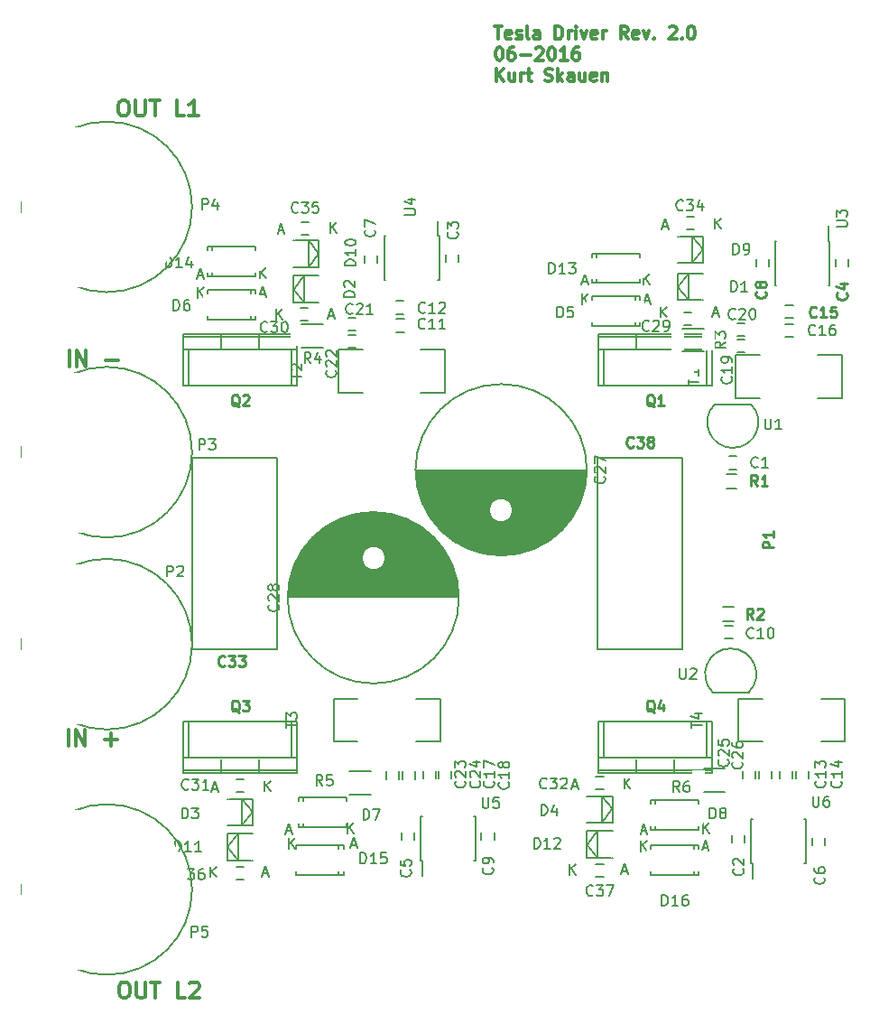
<source format=gto>
G04 #@! TF.FileFunction,Legend,Top*
%FSLAX46Y46*%
G04 Gerber Fmt 4.6, Leading zero omitted, Abs format (unit mm)*
G04 Created by KiCad (PCBNEW 4.0.1-stable) date 27.06.2016 00:57:11*
%MOMM*%
G01*
G04 APERTURE LIST*
%ADD10C,0.100000*%
%ADD11C,0.300000*%
%ADD12C,0.150000*%
%ADD13C,0.250000*%
%ADD14R,1.960000X1.940000*%
%ADD15R,1.010000X1.060000*%
%ADD16R,1.060000X1.010000*%
%ADD17R,2.560000X2.560000*%
%ADD18C,2.560000*%
%ADD19R,0.760000X1.160000*%
%ADD20O,2.292000X2.800000*%
%ADD21R,1.987200X1.987200*%
%ADD22O,1.987200X1.987200*%
%ADD23R,1.761140X2.960020*%
%ADD24C,7.260000*%
%ADD25R,1.160000X1.960000*%
%ADD26R,0.860000X1.810000*%
%ADD27O,1.159160X1.761140*%
%ADD28C,15.260000*%
%ADD29C,1.960000*%
%ADD30C,2.060000*%
%ADD31C,0.254000*%
G04 APERTURE END LIST*
D10*
D11*
X109507143Y-140678571D02*
X109792857Y-140678571D01*
X109935715Y-140750000D01*
X110078572Y-140892857D01*
X110150000Y-141178571D01*
X110150000Y-141678571D01*
X110078572Y-141964286D01*
X109935715Y-142107143D01*
X109792857Y-142178571D01*
X109507143Y-142178571D01*
X109364286Y-142107143D01*
X109221429Y-141964286D01*
X109150000Y-141678571D01*
X109150000Y-141178571D01*
X109221429Y-140892857D01*
X109364286Y-140750000D01*
X109507143Y-140678571D01*
X110792858Y-140678571D02*
X110792858Y-141892857D01*
X110864286Y-142035714D01*
X110935715Y-142107143D01*
X111078572Y-142178571D01*
X111364286Y-142178571D01*
X111507144Y-142107143D01*
X111578572Y-142035714D01*
X111650001Y-141892857D01*
X111650001Y-140678571D01*
X112150001Y-140678571D02*
X113007144Y-140678571D01*
X112578573Y-142178571D02*
X112578573Y-140678571D01*
X115364287Y-142178571D02*
X114650001Y-142178571D01*
X114650001Y-140678571D01*
X115792858Y-140821429D02*
X115864287Y-140750000D01*
X116007144Y-140678571D01*
X116364287Y-140678571D01*
X116507144Y-140750000D01*
X116578573Y-140821429D01*
X116650001Y-140964286D01*
X116650001Y-141107143D01*
X116578573Y-141321429D01*
X115721430Y-142178571D01*
X116650001Y-142178571D01*
X109432143Y-57978571D02*
X109717857Y-57978571D01*
X109860715Y-58050000D01*
X110003572Y-58192857D01*
X110075000Y-58478571D01*
X110075000Y-58978571D01*
X110003572Y-59264286D01*
X109860715Y-59407143D01*
X109717857Y-59478571D01*
X109432143Y-59478571D01*
X109289286Y-59407143D01*
X109146429Y-59264286D01*
X109075000Y-58978571D01*
X109075000Y-58478571D01*
X109146429Y-58192857D01*
X109289286Y-58050000D01*
X109432143Y-57978571D01*
X110717858Y-57978571D02*
X110717858Y-59192857D01*
X110789286Y-59335714D01*
X110860715Y-59407143D01*
X111003572Y-59478571D01*
X111289286Y-59478571D01*
X111432144Y-59407143D01*
X111503572Y-59335714D01*
X111575001Y-59192857D01*
X111575001Y-57978571D01*
X112075001Y-57978571D02*
X112932144Y-57978571D01*
X112503573Y-59478571D02*
X112503573Y-57978571D01*
X115289287Y-59478571D02*
X114575001Y-59478571D01*
X114575001Y-57978571D01*
X116575001Y-59478571D02*
X115717858Y-59478571D01*
X116146430Y-59478571D02*
X116146430Y-57978571D01*
X116003573Y-58192857D01*
X115860715Y-58335714D01*
X115717858Y-58407143D01*
X104389286Y-118528571D02*
X104389286Y-117028571D01*
X105103572Y-118528571D02*
X105103572Y-117028571D01*
X105960715Y-118528571D01*
X105960715Y-117028571D01*
X107817858Y-117957143D02*
X108960715Y-117957143D01*
X108389286Y-118528571D02*
X108389286Y-117385714D01*
X104489286Y-82978571D02*
X104489286Y-81478571D01*
X105203572Y-82978571D02*
X105203572Y-81478571D01*
X106060715Y-82978571D01*
X106060715Y-81478571D01*
X107917858Y-82407143D02*
X109060715Y-82407143D01*
X144364286Y-51062857D02*
X145050000Y-51062857D01*
X144707143Y-52262857D02*
X144707143Y-51062857D01*
X145907143Y-52205714D02*
X145792857Y-52262857D01*
X145564286Y-52262857D01*
X145450000Y-52205714D01*
X145392857Y-52091429D01*
X145392857Y-51634286D01*
X145450000Y-51520000D01*
X145564286Y-51462857D01*
X145792857Y-51462857D01*
X145907143Y-51520000D01*
X145964286Y-51634286D01*
X145964286Y-51748571D01*
X145392857Y-51862857D01*
X146421428Y-52205714D02*
X146535714Y-52262857D01*
X146764286Y-52262857D01*
X146878571Y-52205714D01*
X146935714Y-52091429D01*
X146935714Y-52034286D01*
X146878571Y-51920000D01*
X146764286Y-51862857D01*
X146592857Y-51862857D01*
X146478571Y-51805714D01*
X146421428Y-51691429D01*
X146421428Y-51634286D01*
X146478571Y-51520000D01*
X146592857Y-51462857D01*
X146764286Y-51462857D01*
X146878571Y-51520000D01*
X147621429Y-52262857D02*
X147507143Y-52205714D01*
X147450000Y-52091429D01*
X147450000Y-51062857D01*
X148592857Y-52262857D02*
X148592857Y-51634286D01*
X148535714Y-51520000D01*
X148421428Y-51462857D01*
X148192857Y-51462857D01*
X148078571Y-51520000D01*
X148592857Y-52205714D02*
X148478571Y-52262857D01*
X148192857Y-52262857D01*
X148078571Y-52205714D01*
X148021428Y-52091429D01*
X148021428Y-51977143D01*
X148078571Y-51862857D01*
X148192857Y-51805714D01*
X148478571Y-51805714D01*
X148592857Y-51748571D01*
X150078571Y-52262857D02*
X150078571Y-51062857D01*
X150364286Y-51062857D01*
X150535714Y-51120000D01*
X150650000Y-51234286D01*
X150707143Y-51348571D01*
X150764286Y-51577143D01*
X150764286Y-51748571D01*
X150707143Y-51977143D01*
X150650000Y-52091429D01*
X150535714Y-52205714D01*
X150364286Y-52262857D01*
X150078571Y-52262857D01*
X151278571Y-52262857D02*
X151278571Y-51462857D01*
X151278571Y-51691429D02*
X151335714Y-51577143D01*
X151392857Y-51520000D01*
X151507143Y-51462857D01*
X151621428Y-51462857D01*
X152021428Y-52262857D02*
X152021428Y-51462857D01*
X152021428Y-51062857D02*
X151964285Y-51120000D01*
X152021428Y-51177143D01*
X152078571Y-51120000D01*
X152021428Y-51062857D01*
X152021428Y-51177143D01*
X152478572Y-51462857D02*
X152764286Y-52262857D01*
X153050000Y-51462857D01*
X153964286Y-52205714D02*
X153850000Y-52262857D01*
X153621429Y-52262857D01*
X153507143Y-52205714D01*
X153450000Y-52091429D01*
X153450000Y-51634286D01*
X153507143Y-51520000D01*
X153621429Y-51462857D01*
X153850000Y-51462857D01*
X153964286Y-51520000D01*
X154021429Y-51634286D01*
X154021429Y-51748571D01*
X153450000Y-51862857D01*
X154535714Y-52262857D02*
X154535714Y-51462857D01*
X154535714Y-51691429D02*
X154592857Y-51577143D01*
X154650000Y-51520000D01*
X154764286Y-51462857D01*
X154878571Y-51462857D01*
X156878572Y-52262857D02*
X156478572Y-51691429D01*
X156192857Y-52262857D02*
X156192857Y-51062857D01*
X156650000Y-51062857D01*
X156764286Y-51120000D01*
X156821429Y-51177143D01*
X156878572Y-51291429D01*
X156878572Y-51462857D01*
X156821429Y-51577143D01*
X156764286Y-51634286D01*
X156650000Y-51691429D01*
X156192857Y-51691429D01*
X157850000Y-52205714D02*
X157735714Y-52262857D01*
X157507143Y-52262857D01*
X157392857Y-52205714D01*
X157335714Y-52091429D01*
X157335714Y-51634286D01*
X157392857Y-51520000D01*
X157507143Y-51462857D01*
X157735714Y-51462857D01*
X157850000Y-51520000D01*
X157907143Y-51634286D01*
X157907143Y-51748571D01*
X157335714Y-51862857D01*
X158307143Y-51462857D02*
X158592857Y-52262857D01*
X158878571Y-51462857D01*
X159335714Y-52148571D02*
X159392857Y-52205714D01*
X159335714Y-52262857D01*
X159278571Y-52205714D01*
X159335714Y-52148571D01*
X159335714Y-52262857D01*
X160764286Y-51177143D02*
X160821429Y-51120000D01*
X160935715Y-51062857D01*
X161221429Y-51062857D01*
X161335715Y-51120000D01*
X161392858Y-51177143D01*
X161450001Y-51291429D01*
X161450001Y-51405714D01*
X161392858Y-51577143D01*
X160707144Y-52262857D01*
X161450001Y-52262857D01*
X161964286Y-52148571D02*
X162021429Y-52205714D01*
X161964286Y-52262857D01*
X161907143Y-52205714D01*
X161964286Y-52148571D01*
X161964286Y-52262857D01*
X162764287Y-51062857D02*
X162878572Y-51062857D01*
X162992858Y-51120000D01*
X163050001Y-51177143D01*
X163107144Y-51291429D01*
X163164287Y-51520000D01*
X163164287Y-51805714D01*
X163107144Y-52034286D01*
X163050001Y-52148571D01*
X162992858Y-52205714D01*
X162878572Y-52262857D01*
X162764287Y-52262857D01*
X162650001Y-52205714D01*
X162592858Y-52148571D01*
X162535715Y-52034286D01*
X162478572Y-51805714D01*
X162478572Y-51520000D01*
X162535715Y-51291429D01*
X162592858Y-51177143D01*
X162650001Y-51120000D01*
X162764287Y-51062857D01*
X144764286Y-53042857D02*
X144878571Y-53042857D01*
X144992857Y-53100000D01*
X145050000Y-53157143D01*
X145107143Y-53271429D01*
X145164286Y-53500000D01*
X145164286Y-53785714D01*
X145107143Y-54014286D01*
X145050000Y-54128571D01*
X144992857Y-54185714D01*
X144878571Y-54242857D01*
X144764286Y-54242857D01*
X144650000Y-54185714D01*
X144592857Y-54128571D01*
X144535714Y-54014286D01*
X144478571Y-53785714D01*
X144478571Y-53500000D01*
X144535714Y-53271429D01*
X144592857Y-53157143D01*
X144650000Y-53100000D01*
X144764286Y-53042857D01*
X146192857Y-53042857D02*
X145964286Y-53042857D01*
X145850000Y-53100000D01*
X145792857Y-53157143D01*
X145678571Y-53328571D01*
X145621428Y-53557143D01*
X145621428Y-54014286D01*
X145678571Y-54128571D01*
X145735714Y-54185714D01*
X145850000Y-54242857D01*
X146078571Y-54242857D01*
X146192857Y-54185714D01*
X146250000Y-54128571D01*
X146307143Y-54014286D01*
X146307143Y-53728571D01*
X146250000Y-53614286D01*
X146192857Y-53557143D01*
X146078571Y-53500000D01*
X145850000Y-53500000D01*
X145735714Y-53557143D01*
X145678571Y-53614286D01*
X145621428Y-53728571D01*
X146821428Y-53785714D02*
X147735714Y-53785714D01*
X148249999Y-53157143D02*
X148307142Y-53100000D01*
X148421428Y-53042857D01*
X148707142Y-53042857D01*
X148821428Y-53100000D01*
X148878571Y-53157143D01*
X148935714Y-53271429D01*
X148935714Y-53385714D01*
X148878571Y-53557143D01*
X148192857Y-54242857D01*
X148935714Y-54242857D01*
X149678571Y-53042857D02*
X149792856Y-53042857D01*
X149907142Y-53100000D01*
X149964285Y-53157143D01*
X150021428Y-53271429D01*
X150078571Y-53500000D01*
X150078571Y-53785714D01*
X150021428Y-54014286D01*
X149964285Y-54128571D01*
X149907142Y-54185714D01*
X149792856Y-54242857D01*
X149678571Y-54242857D01*
X149564285Y-54185714D01*
X149507142Y-54128571D01*
X149449999Y-54014286D01*
X149392856Y-53785714D01*
X149392856Y-53500000D01*
X149449999Y-53271429D01*
X149507142Y-53157143D01*
X149564285Y-53100000D01*
X149678571Y-53042857D01*
X151221428Y-54242857D02*
X150535713Y-54242857D01*
X150878571Y-54242857D02*
X150878571Y-53042857D01*
X150764285Y-53214286D01*
X150649999Y-53328571D01*
X150535713Y-53385714D01*
X152249999Y-53042857D02*
X152021428Y-53042857D01*
X151907142Y-53100000D01*
X151849999Y-53157143D01*
X151735713Y-53328571D01*
X151678570Y-53557143D01*
X151678570Y-54014286D01*
X151735713Y-54128571D01*
X151792856Y-54185714D01*
X151907142Y-54242857D01*
X152135713Y-54242857D01*
X152249999Y-54185714D01*
X152307142Y-54128571D01*
X152364285Y-54014286D01*
X152364285Y-53728571D01*
X152307142Y-53614286D01*
X152249999Y-53557143D01*
X152135713Y-53500000D01*
X151907142Y-53500000D01*
X151792856Y-53557143D01*
X151735713Y-53614286D01*
X151678570Y-53728571D01*
X144535714Y-56222857D02*
X144535714Y-55022857D01*
X145221429Y-56222857D02*
X144707143Y-55537143D01*
X145221429Y-55022857D02*
X144535714Y-55708571D01*
X146250000Y-55422857D02*
X146250000Y-56222857D01*
X145735714Y-55422857D02*
X145735714Y-56051429D01*
X145792857Y-56165714D01*
X145907143Y-56222857D01*
X146078571Y-56222857D01*
X146192857Y-56165714D01*
X146250000Y-56108571D01*
X146821428Y-56222857D02*
X146821428Y-55422857D01*
X146821428Y-55651429D02*
X146878571Y-55537143D01*
X146935714Y-55480000D01*
X147050000Y-55422857D01*
X147164285Y-55422857D01*
X147392857Y-55422857D02*
X147850000Y-55422857D01*
X147564285Y-55022857D02*
X147564285Y-56051429D01*
X147621428Y-56165714D01*
X147735714Y-56222857D01*
X147850000Y-56222857D01*
X149107142Y-56165714D02*
X149278571Y-56222857D01*
X149564285Y-56222857D01*
X149678571Y-56165714D01*
X149735714Y-56108571D01*
X149792857Y-55994286D01*
X149792857Y-55880000D01*
X149735714Y-55765714D01*
X149678571Y-55708571D01*
X149564285Y-55651429D01*
X149335714Y-55594286D01*
X149221428Y-55537143D01*
X149164285Y-55480000D01*
X149107142Y-55365714D01*
X149107142Y-55251429D01*
X149164285Y-55137143D01*
X149221428Y-55080000D01*
X149335714Y-55022857D01*
X149621428Y-55022857D01*
X149792857Y-55080000D01*
X150307142Y-56222857D02*
X150307142Y-55022857D01*
X150421428Y-55765714D02*
X150764285Y-56222857D01*
X150764285Y-55422857D02*
X150307142Y-55880000D01*
X151792857Y-56222857D02*
X151792857Y-55594286D01*
X151735714Y-55480000D01*
X151621428Y-55422857D01*
X151392857Y-55422857D01*
X151278571Y-55480000D01*
X151792857Y-56165714D02*
X151678571Y-56222857D01*
X151392857Y-56222857D01*
X151278571Y-56165714D01*
X151221428Y-56051429D01*
X151221428Y-55937143D01*
X151278571Y-55822857D01*
X151392857Y-55765714D01*
X151678571Y-55765714D01*
X151792857Y-55708571D01*
X152878571Y-55422857D02*
X152878571Y-56222857D01*
X152364285Y-55422857D02*
X152364285Y-56051429D01*
X152421428Y-56165714D01*
X152535714Y-56222857D01*
X152707142Y-56222857D01*
X152821428Y-56165714D01*
X152878571Y-56108571D01*
X153907142Y-56165714D02*
X153792856Y-56222857D01*
X153564285Y-56222857D01*
X153449999Y-56165714D01*
X153392856Y-56051429D01*
X153392856Y-55594286D01*
X153449999Y-55480000D01*
X153564285Y-55422857D01*
X153792856Y-55422857D01*
X153907142Y-55480000D01*
X153964285Y-55594286D01*
X153964285Y-55708571D01*
X153392856Y-55822857D01*
X154478570Y-55422857D02*
X154478570Y-56222857D01*
X154478570Y-55537143D02*
X154535713Y-55480000D01*
X154649999Y-55422857D01*
X154821427Y-55422857D01*
X154935713Y-55480000D01*
X154992856Y-55594286D01*
X154992856Y-56222857D01*
D12*
X153950860Y-75145000D02*
X153950860Y-74790000D01*
X153950860Y-72355000D02*
X153950860Y-72710000D01*
X158000440Y-75145000D02*
X158000440Y-74790000D01*
X153499560Y-75145000D02*
X153499560Y-74790000D01*
X153499560Y-72355000D02*
X153499560Y-72710000D01*
X158000440Y-72355000D02*
X158000440Y-72710000D01*
X153499560Y-75145000D02*
X158000440Y-75145000D01*
X153499560Y-72355000D02*
X158000440Y-72355000D01*
X176400000Y-73600000D02*
X176400000Y-72900000D01*
X177600000Y-72900000D02*
X177600000Y-73600000D01*
X168900000Y-73600000D02*
X168900000Y-72900000D01*
X170100000Y-72900000D02*
X170100000Y-73600000D01*
X171666515Y-77215699D02*
X172366515Y-77215699D01*
X172366515Y-78415699D02*
X171666515Y-78415699D01*
X116000000Y-109500000D02*
X116000000Y-91500000D01*
X116000000Y-91500000D02*
X124000000Y-91500000D01*
X124000000Y-91500000D02*
X124000000Y-109500000D01*
X124000000Y-109500000D02*
X116000000Y-109500000D01*
X162000000Y-91500000D02*
X162000000Y-109500000D01*
X162000000Y-109500000D02*
X154000000Y-109500000D01*
X154000000Y-109500000D02*
X154000000Y-91500000D01*
X154000000Y-91500000D02*
X162000000Y-91500000D01*
X167100000Y-94375000D02*
X166100000Y-94375000D01*
X166100000Y-93025000D02*
X167100000Y-93025000D01*
X165800000Y-105525000D02*
X166800000Y-105525000D01*
X166800000Y-106875000D02*
X165800000Y-106875000D01*
X125356000Y-81349000D02*
X125356000Y-84778000D01*
X115704000Y-81349000D02*
X115704000Y-84778000D01*
X125864000Y-80206000D02*
X115196000Y-80206000D01*
X122308000Y-81222000D02*
X122308000Y-79952000D01*
X118752000Y-81222000D02*
X118752000Y-79952000D01*
X115196000Y-81349000D02*
X125864000Y-81349000D01*
X125864000Y-84778000D02*
X115196000Y-84778000D01*
X115196000Y-79952000D02*
X115196000Y-84778000D01*
X125864000Y-79952000D02*
X125864000Y-84778000D01*
X125864000Y-79952000D02*
X115196000Y-79952000D01*
X164296000Y-81349000D02*
X164296000Y-84778000D01*
X154644000Y-81349000D02*
X154644000Y-84778000D01*
X164804000Y-80206000D02*
X154136000Y-80206000D01*
X161248000Y-81222000D02*
X161248000Y-79952000D01*
X157692000Y-81222000D02*
X157692000Y-79952000D01*
X154136000Y-81349000D02*
X164804000Y-81349000D01*
X164804000Y-84778000D02*
X154136000Y-84778000D01*
X154136000Y-79952000D02*
X154136000Y-84778000D01*
X164804000Y-79952000D02*
X164804000Y-84778000D01*
X164804000Y-79952000D02*
X154136000Y-79952000D01*
X115704000Y-119651000D02*
X115704000Y-116222000D01*
X125356000Y-119651000D02*
X125356000Y-116222000D01*
X115196000Y-120794000D02*
X125864000Y-120794000D01*
X118752000Y-119778000D02*
X118752000Y-121048000D01*
X122308000Y-119778000D02*
X122308000Y-121048000D01*
X125864000Y-119651000D02*
X115196000Y-119651000D01*
X115196000Y-116222000D02*
X125864000Y-116222000D01*
X125864000Y-121048000D02*
X125864000Y-116222000D01*
X115196000Y-121048000D02*
X115196000Y-116222000D01*
X115196000Y-121048000D02*
X125864000Y-121048000D01*
X154644000Y-119651000D02*
X154644000Y-116222000D01*
X164296000Y-119651000D02*
X164296000Y-116222000D01*
X154136000Y-120794000D02*
X164804000Y-120794000D01*
X157692000Y-119778000D02*
X157692000Y-121048000D01*
X161248000Y-119778000D02*
X161248000Y-121048000D01*
X164804000Y-119651000D02*
X154136000Y-119651000D01*
X154136000Y-116222000D02*
X164804000Y-116222000D01*
X164804000Y-121048000D02*
X164804000Y-116222000D01*
X154136000Y-121048000D02*
X154136000Y-116222000D01*
X154136000Y-121048000D02*
X164804000Y-121048000D01*
X166350000Y-91400000D02*
X167050000Y-91400000D01*
X167050000Y-92600000D02*
X166350000Y-92600000D01*
X166700000Y-108500000D02*
X166000000Y-108500000D01*
X166000000Y-107300000D02*
X166700000Y-107300000D01*
X167850000Y-126900000D02*
X167850000Y-127600000D01*
X166650000Y-127600000D02*
X166650000Y-126900000D01*
X139800000Y-73150000D02*
X139800000Y-72450000D01*
X141000000Y-72450000D02*
X141000000Y-73150000D01*
X136850000Y-126650000D02*
X136850000Y-127350000D01*
X135650000Y-127350000D02*
X135650000Y-126650000D01*
X175350000Y-127150000D02*
X175350000Y-127850000D01*
X174150000Y-127850000D02*
X174150000Y-127150000D01*
X132200000Y-73250000D02*
X132200000Y-72550000D01*
X133400000Y-72550000D02*
X133400000Y-73250000D01*
X144350000Y-126650000D02*
X144350000Y-127350000D01*
X143150000Y-127350000D02*
X143150000Y-126650000D01*
X135170552Y-78531338D02*
X135870552Y-78531338D01*
X135870552Y-79731338D02*
X135170552Y-79731338D01*
X135120552Y-76831338D02*
X135820552Y-76831338D01*
X135820552Y-78031338D02*
X135120552Y-78031338D01*
X171150000Y-121600000D02*
X171150000Y-120900000D01*
X172350000Y-120900000D02*
X172350000Y-121600000D01*
X172650000Y-121600000D02*
X172650000Y-120900000D01*
X173850000Y-120900000D02*
X173850000Y-121600000D01*
X171666515Y-78965699D02*
X172366515Y-78965699D01*
X172366515Y-80165699D02*
X171666515Y-80165699D01*
X137650000Y-121600000D02*
X137650000Y-120900000D01*
X138850000Y-120900000D02*
X138850000Y-121600000D01*
X139150000Y-121600000D02*
X139150000Y-120900000D01*
X140350000Y-120900000D02*
X140350000Y-121600000D01*
X167850000Y-81600000D02*
X167150000Y-81600000D01*
X167150000Y-80400000D02*
X167850000Y-80400000D01*
X167150000Y-78900000D02*
X167850000Y-78900000D01*
X167850000Y-80100000D02*
X167150000Y-80100000D01*
X131350000Y-79600000D02*
X130650000Y-79600000D01*
X130650000Y-78400000D02*
X131350000Y-78400000D01*
X130650000Y-80000000D02*
X131350000Y-80000000D01*
X131350000Y-81200000D02*
X130650000Y-81200000D01*
X135412796Y-120935774D02*
X135412796Y-121635774D01*
X134212796Y-121635774D02*
X134212796Y-120935774D01*
X135712796Y-121635774D02*
X135712796Y-120935774D01*
X136912796Y-120935774D02*
X136912796Y-121635774D01*
X168850000Y-120900000D02*
X168850000Y-121600000D01*
X167650000Y-121600000D02*
X167650000Y-120900000D01*
X169150000Y-121600000D02*
X169150000Y-120900000D01*
X170350000Y-120900000D02*
X170350000Y-121600000D01*
X162150000Y-77900000D02*
X162850000Y-77900000D01*
X162850000Y-79100000D02*
X162150000Y-79100000D01*
X126150000Y-77500000D02*
X126850000Y-77500000D01*
X126850000Y-78700000D02*
X126150000Y-78700000D01*
X120850000Y-122850000D02*
X120150000Y-122850000D01*
X120150000Y-121650000D02*
X120850000Y-121650000D01*
X154600000Y-122600000D02*
X153900000Y-122600000D01*
X153900000Y-121400000D02*
X154600000Y-121400000D01*
X162400000Y-68900000D02*
X163100000Y-68900000D01*
X163100000Y-70100000D02*
X162400000Y-70100000D01*
X126250000Y-69400000D02*
X126950000Y-69400000D01*
X126950000Y-70600000D02*
X126250000Y-70600000D01*
X120850000Y-131100000D02*
X120150000Y-131100000D01*
X120150000Y-129900000D02*
X120850000Y-129900000D01*
X154600000Y-130850000D02*
X153900000Y-130850000D01*
X153900000Y-129650000D02*
X154600000Y-129650000D01*
X161599380Y-75500000D02*
X162549340Y-74250320D01*
X162549340Y-74250320D02*
X162549340Y-76749680D01*
X162549340Y-76749680D02*
X161551120Y-75500000D01*
X161551120Y-74250320D02*
X161551120Y-76749680D01*
X163849820Y-74250320D02*
X163948880Y-74250320D01*
X163849820Y-76749680D02*
X163948880Y-76749680D01*
X161551120Y-74250320D02*
X163900620Y-74250320D01*
X161551120Y-76749680D02*
X163799020Y-76749680D01*
X125549380Y-75700000D02*
X126499340Y-74450320D01*
X126499340Y-74450320D02*
X126499340Y-76949680D01*
X126499340Y-76949680D02*
X125501120Y-75700000D01*
X125501120Y-74450320D02*
X125501120Y-76949680D01*
X127799820Y-74450320D02*
X127898880Y-74450320D01*
X127799820Y-76949680D02*
X127898880Y-76949680D01*
X125501120Y-74450320D02*
X127850620Y-74450320D01*
X125501120Y-76949680D02*
X127749020Y-76949680D01*
X121650620Y-124750000D02*
X120700660Y-125999680D01*
X120700660Y-125999680D02*
X120700660Y-123500320D01*
X120700660Y-123500320D02*
X121698880Y-124750000D01*
X121698880Y-125999680D02*
X121698880Y-123500320D01*
X119400180Y-125999680D02*
X119301120Y-125999680D01*
X119400180Y-123500320D02*
X119301120Y-123500320D01*
X121698880Y-125999680D02*
X119349380Y-125999680D01*
X121698880Y-123500320D02*
X119450980Y-123500320D01*
X155400620Y-124500000D02*
X154450660Y-125749680D01*
X154450660Y-125749680D02*
X154450660Y-123250320D01*
X154450660Y-123250320D02*
X155448880Y-124500000D01*
X155448880Y-125749680D02*
X155448880Y-123250320D01*
X153150180Y-125749680D02*
X153051120Y-125749680D01*
X153150180Y-123250320D02*
X153051120Y-123250320D01*
X155448880Y-125749680D02*
X153099380Y-125749680D01*
X155448880Y-123250320D02*
X153200980Y-123250320D01*
X157549140Y-76355000D02*
X157549140Y-76710000D01*
X157549140Y-79145000D02*
X157549140Y-78790000D01*
X153499560Y-76355000D02*
X153499560Y-76710000D01*
X158000440Y-76355000D02*
X158000440Y-76710000D01*
X158000440Y-79145000D02*
X158000440Y-78790000D01*
X153499560Y-79145000D02*
X153499560Y-78790000D01*
X158000440Y-76355000D02*
X153499560Y-76355000D01*
X158000440Y-79145000D02*
X153499560Y-79145000D01*
X121509140Y-75805000D02*
X121509140Y-76160000D01*
X121509140Y-78595000D02*
X121509140Y-78240000D01*
X117459560Y-75805000D02*
X117459560Y-76160000D01*
X121960440Y-75805000D02*
X121960440Y-76160000D01*
X121960440Y-78595000D02*
X121960440Y-78240000D01*
X117459560Y-78595000D02*
X117459560Y-78240000D01*
X121960440Y-75805000D02*
X117459560Y-75805000D01*
X121960440Y-78595000D02*
X117459560Y-78595000D01*
X126450860Y-126145000D02*
X126450860Y-125790000D01*
X126450860Y-123355000D02*
X126450860Y-123710000D01*
X130500440Y-126145000D02*
X130500440Y-125790000D01*
X125999560Y-126145000D02*
X125999560Y-125790000D01*
X125999560Y-123355000D02*
X125999560Y-123710000D01*
X130500440Y-123355000D02*
X130500440Y-123710000D01*
X125999560Y-126145000D02*
X130500440Y-126145000D01*
X125999560Y-123355000D02*
X130500440Y-123355000D01*
X159450860Y-126395000D02*
X159450860Y-126040000D01*
X159450860Y-123605000D02*
X159450860Y-123960000D01*
X163500440Y-126395000D02*
X163500440Y-126040000D01*
X158999560Y-126395000D02*
X158999560Y-126040000D01*
X158999560Y-123605000D02*
X158999560Y-123960000D01*
X163500440Y-123605000D02*
X163500440Y-123960000D01*
X158999560Y-126395000D02*
X163500440Y-126395000D01*
X158999560Y-123605000D02*
X163500440Y-123605000D01*
X163900620Y-72000000D02*
X162950660Y-73249680D01*
X162950660Y-73249680D02*
X162950660Y-70750320D01*
X162950660Y-70750320D02*
X163948880Y-72000000D01*
X163948880Y-73249680D02*
X163948880Y-70750320D01*
X161650180Y-73249680D02*
X161551120Y-73249680D01*
X161650180Y-70750320D02*
X161551120Y-70750320D01*
X163948880Y-73249680D02*
X161599380Y-73249680D01*
X163948880Y-70750320D02*
X161700980Y-70750320D01*
X127850620Y-72400000D02*
X126900660Y-73649680D01*
X126900660Y-73649680D02*
X126900660Y-71150320D01*
X126900660Y-71150320D02*
X127898880Y-72400000D01*
X127898880Y-73649680D02*
X127898880Y-71150320D01*
X125600180Y-73649680D02*
X125501120Y-73649680D01*
X125600180Y-71150320D02*
X125501120Y-71150320D01*
X127898880Y-73649680D02*
X125549380Y-73649680D01*
X127898880Y-71150320D02*
X125650980Y-71150320D01*
X119349380Y-128000000D02*
X120299340Y-126750320D01*
X120299340Y-126750320D02*
X120299340Y-129249680D01*
X120299340Y-129249680D02*
X119301120Y-128000000D01*
X119301120Y-126750320D02*
X119301120Y-129249680D01*
X121599820Y-126750320D02*
X121698880Y-126750320D01*
X121599820Y-129249680D02*
X121698880Y-129249680D01*
X119301120Y-126750320D02*
X121650620Y-126750320D01*
X119301120Y-129249680D02*
X121549020Y-129249680D01*
X153099380Y-127750000D02*
X154049340Y-126500320D01*
X154049340Y-126500320D02*
X154049340Y-128999680D01*
X154049340Y-128999680D02*
X153051120Y-127750000D01*
X153051120Y-126500320D02*
X153051120Y-128999680D01*
X155349820Y-126500320D02*
X155448880Y-126500320D01*
X155349820Y-128999680D02*
X155448880Y-128999680D01*
X153051120Y-126500320D02*
X155400620Y-126500320D01*
X153051120Y-128999680D02*
X155299020Y-128999680D01*
X117910860Y-74495000D02*
X117910860Y-74140000D01*
X117910860Y-71705000D02*
X117910860Y-72060000D01*
X121960440Y-74495000D02*
X121960440Y-74140000D01*
X117459560Y-74495000D02*
X117459560Y-74140000D01*
X117459560Y-71705000D02*
X117459560Y-72060000D01*
X121960440Y-71705000D02*
X121960440Y-72060000D01*
X117459560Y-74495000D02*
X121960440Y-74495000D01*
X117459560Y-71705000D02*
X121960440Y-71705000D01*
X129759140Y-127855000D02*
X129759140Y-128210000D01*
X129759140Y-130645000D02*
X129759140Y-130290000D01*
X125709560Y-127855000D02*
X125709560Y-128210000D01*
X130210440Y-127855000D02*
X130210440Y-128210000D01*
X130210440Y-130645000D02*
X130210440Y-130290000D01*
X125709560Y-130645000D02*
X125709560Y-130290000D01*
X130210440Y-127855000D02*
X125709560Y-127855000D01*
X130210440Y-130645000D02*
X125709560Y-130645000D01*
X163089140Y-127855000D02*
X163089140Y-128210000D01*
X163089140Y-130645000D02*
X163089140Y-130290000D01*
X159039560Y-127855000D02*
X159039560Y-128210000D01*
X163540440Y-127855000D02*
X163540440Y-128210000D01*
X163540440Y-130645000D02*
X163540440Y-130290000D01*
X159039560Y-130645000D02*
X159039560Y-130290000D01*
X163540440Y-127855000D02*
X159039560Y-127855000D01*
X163540440Y-130645000D02*
X159039560Y-130645000D01*
X162000000Y-79425000D02*
X164000000Y-79425000D01*
X164000000Y-81575000D02*
X162000000Y-81575000D01*
X126250000Y-79025000D02*
X128250000Y-79025000D01*
X128250000Y-81175000D02*
X126250000Y-81175000D01*
X130750000Y-120925000D02*
X132750000Y-120925000D01*
X132750000Y-123075000D02*
X130750000Y-123075000D01*
X164000000Y-120675000D02*
X166000000Y-120675000D01*
X166000000Y-122825000D02*
X164000000Y-122825000D01*
X175825000Y-71175000D02*
X175680000Y-71175000D01*
X175825000Y-75325000D02*
X175680000Y-75325000D01*
X170675000Y-75325000D02*
X170820000Y-75325000D01*
X170675000Y-71175000D02*
X170820000Y-71175000D01*
X175825000Y-71175000D02*
X175825000Y-75325000D01*
X170675000Y-71175000D02*
X170675000Y-75325000D01*
X175680000Y-71175000D02*
X175680000Y-69775000D01*
X139175000Y-70725000D02*
X139030000Y-70725000D01*
X139175000Y-74875000D02*
X139030000Y-74875000D01*
X134025000Y-74875000D02*
X134170000Y-74875000D01*
X134025000Y-70725000D02*
X134170000Y-70725000D01*
X139175000Y-70725000D02*
X139175000Y-74875000D01*
X134025000Y-70725000D02*
X134025000Y-74875000D01*
X139030000Y-70725000D02*
X139030000Y-69325000D01*
X137425000Y-129325000D02*
X137570000Y-129325000D01*
X137425000Y-125175000D02*
X137570000Y-125175000D01*
X142575000Y-125175000D02*
X142430000Y-125175000D01*
X142575000Y-129325000D02*
X142430000Y-129325000D01*
X137425000Y-129325000D02*
X137425000Y-125175000D01*
X142575000Y-129325000D02*
X142575000Y-125175000D01*
X137570000Y-129325000D02*
X137570000Y-130725000D01*
X168425000Y-129575000D02*
X168570000Y-129575000D01*
X168425000Y-125425000D02*
X168570000Y-125425000D01*
X173575000Y-125425000D02*
X173430000Y-125425000D01*
X173575000Y-129575000D02*
X173430000Y-129575000D01*
X168425000Y-129575000D02*
X168425000Y-125425000D01*
X173575000Y-129575000D02*
X173575000Y-125425000D01*
X168570000Y-129575000D02*
X168570000Y-130975000D01*
X168430000Y-86500000D02*
X165030000Y-86500000D01*
X168427056Y-86502944D02*
G75*
G02X166730000Y-90600000I-1697056J-1697056D01*
G01*
X165032944Y-86502944D02*
G75*
G03X166730000Y-90600000I1697056J-1697056D01*
G01*
X164830000Y-113500000D02*
X168230000Y-113500000D01*
X164832944Y-113497056D02*
G75*
G02X166530000Y-109400000I1697056J1697056D01*
G01*
X168227056Y-113497056D02*
G75*
G03X166530000Y-109400000I-1697056J1697056D01*
G01*
X116000000Y-109000000D02*
G75*
G03X116000000Y-109000000I-8000000J0D01*
G01*
X116000000Y-91000000D02*
G75*
G03X116000000Y-91000000I-8000000J0D01*
G01*
X116000000Y-68000000D02*
G75*
G03X116000000Y-68000000I-8000000J0D01*
G01*
X116000000Y-132000000D02*
G75*
G03X116000000Y-132000000I-8000000J0D01*
G01*
X167270000Y-118100000D02*
X169540000Y-118100000D01*
X167270000Y-114100000D02*
X167270000Y-118100000D01*
X169540000Y-114100000D02*
X167270000Y-114100000D01*
X177270000Y-118100000D02*
X175000000Y-118100000D01*
X177270000Y-114100000D02*
X177270000Y-118100000D01*
X175000000Y-114100000D02*
X177270000Y-114100000D01*
X129270000Y-118100000D02*
X131540000Y-118100000D01*
X129270000Y-114100000D02*
X129270000Y-118100000D01*
X131540000Y-114100000D02*
X129270000Y-114100000D01*
X139270000Y-118100000D02*
X137000000Y-118100000D01*
X139270000Y-114100000D02*
X139270000Y-118100000D01*
X137000000Y-114100000D02*
X139270000Y-114100000D01*
X129730000Y-85400000D02*
X132000000Y-85400000D01*
X129730000Y-81400000D02*
X129730000Y-85400000D01*
X132000000Y-81400000D02*
X129730000Y-81400000D01*
X139730000Y-85400000D02*
X137460000Y-85400000D01*
X139730000Y-81400000D02*
X139730000Y-85400000D01*
X137460000Y-81400000D02*
X139730000Y-81400000D01*
X166980000Y-85900000D02*
X169250000Y-85900000D01*
X166980000Y-81900000D02*
X166980000Y-85900000D01*
X169250000Y-81900000D02*
X166980000Y-81900000D01*
X176980000Y-85900000D02*
X174710000Y-85900000D01*
X176980000Y-81900000D02*
X176980000Y-85900000D01*
X174710000Y-81900000D02*
X176980000Y-81900000D01*
X153000000Y-92725000D02*
X137000000Y-92725000D01*
X152997000Y-92865000D02*
X137003000Y-92865000D01*
X152992000Y-93005000D02*
X137008000Y-93005000D01*
X152985000Y-93145000D02*
X137015000Y-93145000D01*
X152975000Y-93285000D02*
X137025000Y-93285000D01*
X152962000Y-93425000D02*
X137038000Y-93425000D01*
X152948000Y-93565000D02*
X137052000Y-93565000D01*
X152930000Y-93705000D02*
X137070000Y-93705000D01*
X152910000Y-93845000D02*
X137090000Y-93845000D01*
X152888000Y-93985000D02*
X137112000Y-93985000D01*
X152863000Y-94125000D02*
X137137000Y-94125000D01*
X152835000Y-94265000D02*
X137165000Y-94265000D01*
X152805000Y-94405000D02*
X137195000Y-94405000D01*
X152772000Y-94545000D02*
X137228000Y-94545000D01*
X152737000Y-94685000D02*
X137263000Y-94685000D01*
X152699000Y-94825000D02*
X137301000Y-94825000D01*
X152658000Y-94965000D02*
X137342000Y-94965000D01*
X152614000Y-95105000D02*
X137386000Y-95105000D01*
X152567000Y-95245000D02*
X137433000Y-95245000D01*
X152518000Y-95385000D02*
X137482000Y-95385000D01*
X152466000Y-95525000D02*
X145484000Y-95525000D01*
X144516000Y-95525000D02*
X137534000Y-95525000D01*
X152410000Y-95665000D02*
X145678000Y-95665000D01*
X144322000Y-95665000D02*
X137590000Y-95665000D01*
X152352000Y-95805000D02*
X145804000Y-95805000D01*
X144196000Y-95805000D02*
X137648000Y-95805000D01*
X152290000Y-95945000D02*
X145890000Y-95945000D01*
X144110000Y-95945000D02*
X137710000Y-95945000D01*
X152225000Y-96085000D02*
X145949000Y-96085000D01*
X144051000Y-96085000D02*
X137775000Y-96085000D01*
X152157000Y-96225000D02*
X145985000Y-96225000D01*
X144015000Y-96225000D02*
X137843000Y-96225000D01*
X152085000Y-96365000D02*
X145999000Y-96365000D01*
X144001000Y-96365000D02*
X137915000Y-96365000D01*
X152010000Y-96505000D02*
X145994000Y-96505000D01*
X144006000Y-96505000D02*
X137990000Y-96505000D01*
X151931000Y-96645000D02*
X145970000Y-96645000D01*
X144030000Y-96645000D02*
X138069000Y-96645000D01*
X151848000Y-96785000D02*
X145923000Y-96785000D01*
X144077000Y-96785000D02*
X138152000Y-96785000D01*
X151762000Y-96925000D02*
X145851000Y-96925000D01*
X144149000Y-96925000D02*
X138238000Y-96925000D01*
X151671000Y-97065000D02*
X145747000Y-97065000D01*
X144253000Y-97065000D02*
X138329000Y-97065000D01*
X151577000Y-97205000D02*
X145593000Y-97205000D01*
X144407000Y-97205000D02*
X138423000Y-97205000D01*
X151477000Y-97345000D02*
X145327000Y-97345000D01*
X144673000Y-97345000D02*
X138523000Y-97345000D01*
X151374000Y-97485000D02*
X138626000Y-97485000D01*
X151265000Y-97625000D02*
X138735000Y-97625000D01*
X151151000Y-97765000D02*
X138849000Y-97765000D01*
X151032000Y-97905000D02*
X138968000Y-97905000D01*
X150907000Y-98045000D02*
X139093000Y-98045000D01*
X150776000Y-98185000D02*
X139224000Y-98185000D01*
X150639000Y-98325000D02*
X139361000Y-98325000D01*
X150494000Y-98465000D02*
X139506000Y-98465000D01*
X150342000Y-98605000D02*
X139658000Y-98605000D01*
X150182000Y-98745000D02*
X139818000Y-98745000D01*
X150012000Y-98885000D02*
X139988000Y-98885000D01*
X149833000Y-99025000D02*
X140167000Y-99025000D01*
X149643000Y-99165000D02*
X140357000Y-99165000D01*
X149440000Y-99305000D02*
X140560000Y-99305000D01*
X149222000Y-99445000D02*
X140778000Y-99445000D01*
X148988000Y-99585000D02*
X141012000Y-99585000D01*
X148734000Y-99725000D02*
X141266000Y-99725000D01*
X148456000Y-99865000D02*
X141544000Y-99865000D01*
X148147000Y-100005000D02*
X141853000Y-100005000D01*
X147797000Y-100145000D02*
X142203000Y-100145000D01*
X147389000Y-100285000D02*
X142611000Y-100285000D01*
X146884000Y-100425000D02*
X143116000Y-100425000D01*
X146163000Y-100565000D02*
X143837000Y-100565000D01*
X146000000Y-96400000D02*
G75*
G03X146000000Y-96400000I-1000000J0D01*
G01*
X153037500Y-92650000D02*
G75*
G03X153037500Y-92650000I-8037500J0D01*
G01*
X125000000Y-104575000D02*
X141000000Y-104575000D01*
X125003000Y-104435000D02*
X140997000Y-104435000D01*
X125008000Y-104295000D02*
X140992000Y-104295000D01*
X125015000Y-104155000D02*
X140985000Y-104155000D01*
X125025000Y-104015000D02*
X140975000Y-104015000D01*
X125038000Y-103875000D02*
X140962000Y-103875000D01*
X125052000Y-103735000D02*
X140948000Y-103735000D01*
X125070000Y-103595000D02*
X140930000Y-103595000D01*
X125090000Y-103455000D02*
X140910000Y-103455000D01*
X125112000Y-103315000D02*
X140888000Y-103315000D01*
X125137000Y-103175000D02*
X140863000Y-103175000D01*
X125165000Y-103035000D02*
X140835000Y-103035000D01*
X125195000Y-102895000D02*
X140805000Y-102895000D01*
X125228000Y-102755000D02*
X140772000Y-102755000D01*
X125263000Y-102615000D02*
X140737000Y-102615000D01*
X125301000Y-102475000D02*
X140699000Y-102475000D01*
X125342000Y-102335000D02*
X140658000Y-102335000D01*
X125386000Y-102195000D02*
X140614000Y-102195000D01*
X125433000Y-102055000D02*
X140567000Y-102055000D01*
X125482000Y-101915000D02*
X140518000Y-101915000D01*
X125534000Y-101775000D02*
X132516000Y-101775000D01*
X133484000Y-101775000D02*
X140466000Y-101775000D01*
X125590000Y-101635000D02*
X132322000Y-101635000D01*
X133678000Y-101635000D02*
X140410000Y-101635000D01*
X125648000Y-101495000D02*
X132196000Y-101495000D01*
X133804000Y-101495000D02*
X140352000Y-101495000D01*
X125710000Y-101355000D02*
X132110000Y-101355000D01*
X133890000Y-101355000D02*
X140290000Y-101355000D01*
X125775000Y-101215000D02*
X132051000Y-101215000D01*
X133949000Y-101215000D02*
X140225000Y-101215000D01*
X125843000Y-101075000D02*
X132015000Y-101075000D01*
X133985000Y-101075000D02*
X140157000Y-101075000D01*
X125915000Y-100935000D02*
X132001000Y-100935000D01*
X133999000Y-100935000D02*
X140085000Y-100935000D01*
X125990000Y-100795000D02*
X132006000Y-100795000D01*
X133994000Y-100795000D02*
X140010000Y-100795000D01*
X126069000Y-100655000D02*
X132030000Y-100655000D01*
X133970000Y-100655000D02*
X139931000Y-100655000D01*
X126152000Y-100515000D02*
X132077000Y-100515000D01*
X133923000Y-100515000D02*
X139848000Y-100515000D01*
X126238000Y-100375000D02*
X132149000Y-100375000D01*
X133851000Y-100375000D02*
X139762000Y-100375000D01*
X126329000Y-100235000D02*
X132253000Y-100235000D01*
X133747000Y-100235000D02*
X139671000Y-100235000D01*
X126423000Y-100095000D02*
X132407000Y-100095000D01*
X133593000Y-100095000D02*
X139577000Y-100095000D01*
X126523000Y-99955000D02*
X132673000Y-99955000D01*
X133327000Y-99955000D02*
X139477000Y-99955000D01*
X126626000Y-99815000D02*
X139374000Y-99815000D01*
X126735000Y-99675000D02*
X139265000Y-99675000D01*
X126849000Y-99535000D02*
X139151000Y-99535000D01*
X126968000Y-99395000D02*
X139032000Y-99395000D01*
X127093000Y-99255000D02*
X138907000Y-99255000D01*
X127224000Y-99115000D02*
X138776000Y-99115000D01*
X127361000Y-98975000D02*
X138639000Y-98975000D01*
X127506000Y-98835000D02*
X138494000Y-98835000D01*
X127658000Y-98695000D02*
X138342000Y-98695000D01*
X127818000Y-98555000D02*
X138182000Y-98555000D01*
X127988000Y-98415000D02*
X138012000Y-98415000D01*
X128167000Y-98275000D02*
X137833000Y-98275000D01*
X128357000Y-98135000D02*
X137643000Y-98135000D01*
X128560000Y-97995000D02*
X137440000Y-97995000D01*
X128778000Y-97855000D02*
X137222000Y-97855000D01*
X129012000Y-97715000D02*
X136988000Y-97715000D01*
X129266000Y-97575000D02*
X136734000Y-97575000D01*
X129544000Y-97435000D02*
X136456000Y-97435000D01*
X129853000Y-97295000D02*
X136147000Y-97295000D01*
X130203000Y-97155000D02*
X135797000Y-97155000D01*
X130611000Y-97015000D02*
X135389000Y-97015000D01*
X131116000Y-96875000D02*
X134884000Y-96875000D01*
X131837000Y-96735000D02*
X134163000Y-96735000D01*
X134000000Y-100900000D02*
G75*
G03X134000000Y-100900000I-1000000J0D01*
G01*
X141037500Y-104650000D02*
G75*
G03X141037500Y-104650000I-8037500J0D01*
G01*
X149485714Y-74252381D02*
X149485714Y-73252381D01*
X149723809Y-73252381D01*
X149866667Y-73300000D01*
X149961905Y-73395238D01*
X150009524Y-73490476D01*
X150057143Y-73680952D01*
X150057143Y-73823810D01*
X150009524Y-74014286D01*
X149961905Y-74109524D01*
X149866667Y-74204762D01*
X149723809Y-74252381D01*
X149485714Y-74252381D01*
X151009524Y-74252381D02*
X150438095Y-74252381D01*
X150723809Y-74252381D02*
X150723809Y-73252381D01*
X150628571Y-73395238D01*
X150533333Y-73490476D01*
X150438095Y-73538095D01*
X151342857Y-73252381D02*
X151961905Y-73252381D01*
X151628571Y-73633333D01*
X151771429Y-73633333D01*
X151866667Y-73680952D01*
X151914286Y-73728571D01*
X151961905Y-73823810D01*
X151961905Y-74061905D01*
X151914286Y-74157143D01*
X151866667Y-74204762D01*
X151771429Y-74252381D01*
X151485714Y-74252381D01*
X151390476Y-74204762D01*
X151342857Y-74157143D01*
X152588095Y-77152381D02*
X152588095Y-76152381D01*
X153159524Y-77152381D02*
X152730952Y-76580952D01*
X153159524Y-76152381D02*
X152588095Y-76723810D01*
X158411905Y-76816667D02*
X158888096Y-76816667D01*
X158316667Y-77102381D02*
X158650000Y-76102381D01*
X158983334Y-77102381D01*
D13*
X177357143Y-76066666D02*
X177404762Y-76114285D01*
X177452381Y-76257142D01*
X177452381Y-76352380D01*
X177404762Y-76495238D01*
X177309524Y-76590476D01*
X177214286Y-76638095D01*
X177023810Y-76685714D01*
X176880952Y-76685714D01*
X176690476Y-76638095D01*
X176595238Y-76590476D01*
X176500000Y-76495238D01*
X176452381Y-76352380D01*
X176452381Y-76257142D01*
X176500000Y-76114285D01*
X176547619Y-76066666D01*
X176785714Y-75209523D02*
X177452381Y-75209523D01*
X176404762Y-75447619D02*
X177119048Y-75685714D01*
X177119048Y-75066666D01*
X169762143Y-75928666D02*
X169809762Y-75976285D01*
X169857381Y-76119142D01*
X169857381Y-76214380D01*
X169809762Y-76357238D01*
X169714524Y-76452476D01*
X169619286Y-76500095D01*
X169428810Y-76547714D01*
X169285952Y-76547714D01*
X169095476Y-76500095D01*
X169000238Y-76452476D01*
X168905000Y-76357238D01*
X168857381Y-76214380D01*
X168857381Y-76119142D01*
X168905000Y-75976285D01*
X168952619Y-75928666D01*
X169285952Y-75357238D02*
X169238333Y-75452476D01*
X169190714Y-75500095D01*
X169095476Y-75547714D01*
X169047857Y-75547714D01*
X168952619Y-75500095D01*
X168905000Y-75452476D01*
X168857381Y-75357238D01*
X168857381Y-75166761D01*
X168905000Y-75071523D01*
X168952619Y-75023904D01*
X169047857Y-74976285D01*
X169095476Y-74976285D01*
X169190714Y-75023904D01*
X169238333Y-75071523D01*
X169285952Y-75166761D01*
X169285952Y-75357238D01*
X169333571Y-75452476D01*
X169381190Y-75500095D01*
X169476429Y-75547714D01*
X169666905Y-75547714D01*
X169762143Y-75500095D01*
X169809762Y-75452476D01*
X169857381Y-75357238D01*
X169857381Y-75166761D01*
X169809762Y-75071523D01*
X169762143Y-75023904D01*
X169666905Y-74976285D01*
X169476429Y-74976285D01*
X169381190Y-75023904D01*
X169333571Y-75071523D01*
X169285952Y-75166761D01*
X174557143Y-78257143D02*
X174509524Y-78304762D01*
X174366667Y-78352381D01*
X174271429Y-78352381D01*
X174128571Y-78304762D01*
X174033333Y-78209524D01*
X173985714Y-78114286D01*
X173938095Y-77923810D01*
X173938095Y-77780952D01*
X173985714Y-77590476D01*
X174033333Y-77495238D01*
X174128571Y-77400000D01*
X174271429Y-77352381D01*
X174366667Y-77352381D01*
X174509524Y-77400000D01*
X174557143Y-77447619D01*
X175509524Y-78352381D02*
X174938095Y-78352381D01*
X175223809Y-78352381D02*
X175223809Y-77352381D01*
X175128571Y-77495238D01*
X175033333Y-77590476D01*
X174938095Y-77638095D01*
X176414286Y-77352381D02*
X175938095Y-77352381D01*
X175890476Y-77828571D01*
X175938095Y-77780952D01*
X176033333Y-77733333D01*
X176271429Y-77733333D01*
X176366667Y-77780952D01*
X176414286Y-77828571D01*
X176461905Y-77923810D01*
X176461905Y-78161905D01*
X176414286Y-78257143D01*
X176366667Y-78304762D01*
X176271429Y-78352381D01*
X176033333Y-78352381D01*
X175938095Y-78304762D01*
X175890476Y-78257143D01*
X119071143Y-110991143D02*
X119023524Y-111038762D01*
X118880667Y-111086381D01*
X118785429Y-111086381D01*
X118642571Y-111038762D01*
X118547333Y-110943524D01*
X118499714Y-110848286D01*
X118452095Y-110657810D01*
X118452095Y-110514952D01*
X118499714Y-110324476D01*
X118547333Y-110229238D01*
X118642571Y-110134000D01*
X118785429Y-110086381D01*
X118880667Y-110086381D01*
X119023524Y-110134000D01*
X119071143Y-110181619D01*
X119404476Y-110086381D02*
X120023524Y-110086381D01*
X119690190Y-110467333D01*
X119833048Y-110467333D01*
X119928286Y-110514952D01*
X119975905Y-110562571D01*
X120023524Y-110657810D01*
X120023524Y-110895905D01*
X119975905Y-110991143D01*
X119928286Y-111038762D01*
X119833048Y-111086381D01*
X119547333Y-111086381D01*
X119452095Y-111038762D01*
X119404476Y-110991143D01*
X120356857Y-110086381D02*
X120975905Y-110086381D01*
X120642571Y-110467333D01*
X120785429Y-110467333D01*
X120880667Y-110514952D01*
X120928286Y-110562571D01*
X120975905Y-110657810D01*
X120975905Y-110895905D01*
X120928286Y-110991143D01*
X120880667Y-111038762D01*
X120785429Y-111086381D01*
X120499714Y-111086381D01*
X120404476Y-111038762D01*
X120356857Y-110991143D01*
X157389143Y-90469143D02*
X157341524Y-90516762D01*
X157198667Y-90564381D01*
X157103429Y-90564381D01*
X156960571Y-90516762D01*
X156865333Y-90421524D01*
X156817714Y-90326286D01*
X156770095Y-90135810D01*
X156770095Y-89992952D01*
X156817714Y-89802476D01*
X156865333Y-89707238D01*
X156960571Y-89612000D01*
X157103429Y-89564381D01*
X157198667Y-89564381D01*
X157341524Y-89612000D01*
X157389143Y-89659619D01*
X157722476Y-89564381D02*
X158341524Y-89564381D01*
X158008190Y-89945333D01*
X158151048Y-89945333D01*
X158246286Y-89992952D01*
X158293905Y-90040571D01*
X158341524Y-90135810D01*
X158341524Y-90373905D01*
X158293905Y-90469143D01*
X158246286Y-90516762D01*
X158151048Y-90564381D01*
X157865333Y-90564381D01*
X157770095Y-90516762D01*
X157722476Y-90469143D01*
X158912952Y-89992952D02*
X158817714Y-89945333D01*
X158770095Y-89897714D01*
X158722476Y-89802476D01*
X158722476Y-89754857D01*
X158770095Y-89659619D01*
X158817714Y-89612000D01*
X158912952Y-89564381D01*
X159103429Y-89564381D01*
X159198667Y-89612000D01*
X159246286Y-89659619D01*
X159293905Y-89754857D01*
X159293905Y-89802476D01*
X159246286Y-89897714D01*
X159198667Y-89945333D01*
X159103429Y-89992952D01*
X158912952Y-89992952D01*
X158817714Y-90040571D01*
X158770095Y-90088190D01*
X158722476Y-90183429D01*
X158722476Y-90373905D01*
X158770095Y-90469143D01*
X158817714Y-90516762D01*
X158912952Y-90564381D01*
X159103429Y-90564381D01*
X159198667Y-90516762D01*
X159246286Y-90469143D01*
X159293905Y-90373905D01*
X159293905Y-90183429D01*
X159246286Y-90088190D01*
X159198667Y-90040571D01*
X159103429Y-89992952D01*
X169033334Y-94152381D02*
X168700000Y-93676190D01*
X168461905Y-94152381D02*
X168461905Y-93152381D01*
X168842858Y-93152381D01*
X168938096Y-93200000D01*
X168985715Y-93247619D01*
X169033334Y-93342857D01*
X169033334Y-93485714D01*
X168985715Y-93580952D01*
X168938096Y-93628571D01*
X168842858Y-93676190D01*
X168461905Y-93676190D01*
X169985715Y-94152381D02*
X169414286Y-94152381D01*
X169700000Y-94152381D02*
X169700000Y-93152381D01*
X169604762Y-93295238D01*
X169509524Y-93390476D01*
X169414286Y-93438095D01*
X168633334Y-106652381D02*
X168300000Y-106176190D01*
X168061905Y-106652381D02*
X168061905Y-105652381D01*
X168442858Y-105652381D01*
X168538096Y-105700000D01*
X168585715Y-105747619D01*
X168633334Y-105842857D01*
X168633334Y-105985714D01*
X168585715Y-106080952D01*
X168538096Y-106128571D01*
X168442858Y-106176190D01*
X168061905Y-106176190D01*
X169014286Y-105747619D02*
X169061905Y-105700000D01*
X169157143Y-105652381D01*
X169395239Y-105652381D01*
X169490477Y-105700000D01*
X169538096Y-105747619D01*
X169585715Y-105842857D01*
X169585715Y-105938095D01*
X169538096Y-106080952D01*
X168966667Y-106652381D01*
X169585715Y-106652381D01*
X120434762Y-86722619D02*
X120339524Y-86675000D01*
X120244286Y-86579762D01*
X120101429Y-86436905D01*
X120006190Y-86389286D01*
X119910952Y-86389286D01*
X119958571Y-86627381D02*
X119863333Y-86579762D01*
X119768095Y-86484524D01*
X119720476Y-86294048D01*
X119720476Y-85960714D01*
X119768095Y-85770238D01*
X119863333Y-85675000D01*
X119958571Y-85627381D01*
X120149048Y-85627381D01*
X120244286Y-85675000D01*
X120339524Y-85770238D01*
X120387143Y-85960714D01*
X120387143Y-86294048D01*
X120339524Y-86484524D01*
X120244286Y-86579762D01*
X120149048Y-86627381D01*
X119958571Y-86627381D01*
X120768095Y-85722619D02*
X120815714Y-85675000D01*
X120910952Y-85627381D01*
X121149048Y-85627381D01*
X121244286Y-85675000D01*
X121291905Y-85722619D01*
X121339524Y-85817857D01*
X121339524Y-85913095D01*
X121291905Y-86055952D01*
X120720476Y-86627381D01*
X121339524Y-86627381D01*
X159374762Y-86722619D02*
X159279524Y-86675000D01*
X159184286Y-86579762D01*
X159041429Y-86436905D01*
X158946190Y-86389286D01*
X158850952Y-86389286D01*
X158898571Y-86627381D02*
X158803333Y-86579762D01*
X158708095Y-86484524D01*
X158660476Y-86294048D01*
X158660476Y-85960714D01*
X158708095Y-85770238D01*
X158803333Y-85675000D01*
X158898571Y-85627381D01*
X159089048Y-85627381D01*
X159184286Y-85675000D01*
X159279524Y-85770238D01*
X159327143Y-85960714D01*
X159327143Y-86294048D01*
X159279524Y-86484524D01*
X159184286Y-86579762D01*
X159089048Y-86627381D01*
X158898571Y-86627381D01*
X160279524Y-86627381D02*
X159708095Y-86627381D01*
X159993809Y-86627381D02*
X159993809Y-85627381D01*
X159898571Y-85770238D01*
X159803333Y-85865476D01*
X159708095Y-85913095D01*
X120434762Y-115372619D02*
X120339524Y-115325000D01*
X120244286Y-115229762D01*
X120101429Y-115086905D01*
X120006190Y-115039286D01*
X119910952Y-115039286D01*
X119958571Y-115277381D02*
X119863333Y-115229762D01*
X119768095Y-115134524D01*
X119720476Y-114944048D01*
X119720476Y-114610714D01*
X119768095Y-114420238D01*
X119863333Y-114325000D01*
X119958571Y-114277381D01*
X120149048Y-114277381D01*
X120244286Y-114325000D01*
X120339524Y-114420238D01*
X120387143Y-114610714D01*
X120387143Y-114944048D01*
X120339524Y-115134524D01*
X120244286Y-115229762D01*
X120149048Y-115277381D01*
X119958571Y-115277381D01*
X120720476Y-114277381D02*
X121339524Y-114277381D01*
X121006190Y-114658333D01*
X121149048Y-114658333D01*
X121244286Y-114705952D01*
X121291905Y-114753571D01*
X121339524Y-114848810D01*
X121339524Y-115086905D01*
X121291905Y-115182143D01*
X121244286Y-115229762D01*
X121149048Y-115277381D01*
X120863333Y-115277381D01*
X120768095Y-115229762D01*
X120720476Y-115182143D01*
X159374762Y-115372619D02*
X159279524Y-115325000D01*
X159184286Y-115229762D01*
X159041429Y-115086905D01*
X158946190Y-115039286D01*
X158850952Y-115039286D01*
X158898571Y-115277381D02*
X158803333Y-115229762D01*
X158708095Y-115134524D01*
X158660476Y-114944048D01*
X158660476Y-114610714D01*
X158708095Y-114420238D01*
X158803333Y-114325000D01*
X158898571Y-114277381D01*
X159089048Y-114277381D01*
X159184286Y-114325000D01*
X159279524Y-114420238D01*
X159327143Y-114610714D01*
X159327143Y-114944048D01*
X159279524Y-115134524D01*
X159184286Y-115229762D01*
X159089048Y-115277381D01*
X158898571Y-115277381D01*
X160184286Y-114610714D02*
X160184286Y-115277381D01*
X159946190Y-114229762D02*
X159708095Y-114944048D01*
X160327143Y-114944048D01*
X170552381Y-99938095D02*
X169552381Y-99938095D01*
X169552381Y-99557142D01*
X169600000Y-99461904D01*
X169647619Y-99414285D01*
X169742857Y-99366666D01*
X169885714Y-99366666D01*
X169980952Y-99414285D01*
X170028571Y-99461904D01*
X170076190Y-99557142D01*
X170076190Y-99938095D01*
X170552381Y-98414285D02*
X170552381Y-98985714D01*
X170552381Y-98700000D02*
X169552381Y-98700000D01*
X169695238Y-98795238D01*
X169790476Y-98890476D01*
X169838095Y-98985714D01*
D12*
X169073334Y-92357143D02*
X169025715Y-92404762D01*
X168882858Y-92452381D01*
X168787620Y-92452381D01*
X168644762Y-92404762D01*
X168549524Y-92309524D01*
X168501905Y-92214286D01*
X168454286Y-92023810D01*
X168454286Y-91880952D01*
X168501905Y-91690476D01*
X168549524Y-91595238D01*
X168644762Y-91500000D01*
X168787620Y-91452381D01*
X168882858Y-91452381D01*
X169025715Y-91500000D01*
X169073334Y-91547619D01*
X170025715Y-92452381D02*
X169454286Y-92452381D01*
X169740000Y-92452381D02*
X169740000Y-91452381D01*
X169644762Y-91595238D01*
X169549524Y-91690476D01*
X169454286Y-91738095D01*
X168657143Y-108357143D02*
X168609524Y-108404762D01*
X168466667Y-108452381D01*
X168371429Y-108452381D01*
X168228571Y-108404762D01*
X168133333Y-108309524D01*
X168085714Y-108214286D01*
X168038095Y-108023810D01*
X168038095Y-107880952D01*
X168085714Y-107690476D01*
X168133333Y-107595238D01*
X168228571Y-107500000D01*
X168371429Y-107452381D01*
X168466667Y-107452381D01*
X168609524Y-107500000D01*
X168657143Y-107547619D01*
X169609524Y-108452381D02*
X169038095Y-108452381D01*
X169323809Y-108452381D02*
X169323809Y-107452381D01*
X169228571Y-107595238D01*
X169133333Y-107690476D01*
X169038095Y-107738095D01*
X170228571Y-107452381D02*
X170323810Y-107452381D01*
X170419048Y-107500000D01*
X170466667Y-107547619D01*
X170514286Y-107642857D01*
X170561905Y-107833333D01*
X170561905Y-108071429D01*
X170514286Y-108261905D01*
X170466667Y-108357143D01*
X170419048Y-108404762D01*
X170323810Y-108452381D01*
X170228571Y-108452381D01*
X170133333Y-108404762D01*
X170085714Y-108357143D01*
X170038095Y-108261905D01*
X169990476Y-108071429D01*
X169990476Y-107833333D01*
X170038095Y-107642857D01*
X170085714Y-107547619D01*
X170133333Y-107500000D01*
X170228571Y-107452381D01*
X167657143Y-130066666D02*
X167704762Y-130114285D01*
X167752381Y-130257142D01*
X167752381Y-130352380D01*
X167704762Y-130495238D01*
X167609524Y-130590476D01*
X167514286Y-130638095D01*
X167323810Y-130685714D01*
X167180952Y-130685714D01*
X166990476Y-130638095D01*
X166895238Y-130590476D01*
X166800000Y-130495238D01*
X166752381Y-130352380D01*
X166752381Y-130257142D01*
X166800000Y-130114285D01*
X166847619Y-130066666D01*
X166847619Y-129685714D02*
X166800000Y-129638095D01*
X166752381Y-129542857D01*
X166752381Y-129304761D01*
X166800000Y-129209523D01*
X166847619Y-129161904D01*
X166942857Y-129114285D01*
X167038095Y-129114285D01*
X167180952Y-129161904D01*
X167752381Y-129733333D01*
X167752381Y-129114285D01*
X140857143Y-70366666D02*
X140904762Y-70414285D01*
X140952381Y-70557142D01*
X140952381Y-70652380D01*
X140904762Y-70795238D01*
X140809524Y-70890476D01*
X140714286Y-70938095D01*
X140523810Y-70985714D01*
X140380952Y-70985714D01*
X140190476Y-70938095D01*
X140095238Y-70890476D01*
X140000000Y-70795238D01*
X139952381Y-70652380D01*
X139952381Y-70557142D01*
X140000000Y-70414285D01*
X140047619Y-70366666D01*
X139952381Y-70033333D02*
X139952381Y-69414285D01*
X140333333Y-69747619D01*
X140333333Y-69604761D01*
X140380952Y-69509523D01*
X140428571Y-69461904D01*
X140523810Y-69414285D01*
X140761905Y-69414285D01*
X140857143Y-69461904D01*
X140904762Y-69509523D01*
X140952381Y-69604761D01*
X140952381Y-69890476D01*
X140904762Y-69985714D01*
X140857143Y-70033333D01*
X136457143Y-130166666D02*
X136504762Y-130214285D01*
X136552381Y-130357142D01*
X136552381Y-130452380D01*
X136504762Y-130595238D01*
X136409524Y-130690476D01*
X136314286Y-130738095D01*
X136123810Y-130785714D01*
X135980952Y-130785714D01*
X135790476Y-130738095D01*
X135695238Y-130690476D01*
X135600000Y-130595238D01*
X135552381Y-130452380D01*
X135552381Y-130357142D01*
X135600000Y-130214285D01*
X135647619Y-130166666D01*
X135552381Y-129261904D02*
X135552381Y-129738095D01*
X136028571Y-129785714D01*
X135980952Y-129738095D01*
X135933333Y-129642857D01*
X135933333Y-129404761D01*
X135980952Y-129309523D01*
X136028571Y-129261904D01*
X136123810Y-129214285D01*
X136361905Y-129214285D01*
X136457143Y-129261904D01*
X136504762Y-129309523D01*
X136552381Y-129404761D01*
X136552381Y-129642857D01*
X136504762Y-129738095D01*
X136457143Y-129785714D01*
X175257143Y-130866666D02*
X175304762Y-130914285D01*
X175352381Y-131057142D01*
X175352381Y-131152380D01*
X175304762Y-131295238D01*
X175209524Y-131390476D01*
X175114286Y-131438095D01*
X174923810Y-131485714D01*
X174780952Y-131485714D01*
X174590476Y-131438095D01*
X174495238Y-131390476D01*
X174400000Y-131295238D01*
X174352381Y-131152380D01*
X174352381Y-131057142D01*
X174400000Y-130914285D01*
X174447619Y-130866666D01*
X174352381Y-130009523D02*
X174352381Y-130200000D01*
X174400000Y-130295238D01*
X174447619Y-130342857D01*
X174590476Y-130438095D01*
X174780952Y-130485714D01*
X175161905Y-130485714D01*
X175257143Y-130438095D01*
X175304762Y-130390476D01*
X175352381Y-130295238D01*
X175352381Y-130104761D01*
X175304762Y-130009523D01*
X175257143Y-129961904D01*
X175161905Y-129914285D01*
X174923810Y-129914285D01*
X174828571Y-129961904D01*
X174780952Y-130009523D01*
X174733333Y-130104761D01*
X174733333Y-130295238D01*
X174780952Y-130390476D01*
X174828571Y-130438095D01*
X174923810Y-130485714D01*
X133107143Y-70166666D02*
X133154762Y-70214285D01*
X133202381Y-70357142D01*
X133202381Y-70452380D01*
X133154762Y-70595238D01*
X133059524Y-70690476D01*
X132964286Y-70738095D01*
X132773810Y-70785714D01*
X132630952Y-70785714D01*
X132440476Y-70738095D01*
X132345238Y-70690476D01*
X132250000Y-70595238D01*
X132202381Y-70452380D01*
X132202381Y-70357142D01*
X132250000Y-70214285D01*
X132297619Y-70166666D01*
X132202381Y-69833333D02*
X132202381Y-69166666D01*
X133202381Y-69595238D01*
X144157143Y-129966666D02*
X144204762Y-130014285D01*
X144252381Y-130157142D01*
X144252381Y-130252380D01*
X144204762Y-130395238D01*
X144109524Y-130490476D01*
X144014286Y-130538095D01*
X143823810Y-130585714D01*
X143680952Y-130585714D01*
X143490476Y-130538095D01*
X143395238Y-130490476D01*
X143300000Y-130395238D01*
X143252381Y-130252380D01*
X143252381Y-130157142D01*
X143300000Y-130014285D01*
X143347619Y-129966666D01*
X144252381Y-129490476D02*
X144252381Y-129300000D01*
X144204762Y-129204761D01*
X144157143Y-129157142D01*
X144014286Y-129061904D01*
X143823810Y-129014285D01*
X143442857Y-129014285D01*
X143347619Y-129061904D01*
X143300000Y-129109523D01*
X143252381Y-129204761D01*
X143252381Y-129395238D01*
X143300000Y-129490476D01*
X143347619Y-129538095D01*
X143442857Y-129585714D01*
X143680952Y-129585714D01*
X143776190Y-129538095D01*
X143823810Y-129490476D01*
X143871429Y-129395238D01*
X143871429Y-129204761D01*
X143823810Y-129109523D01*
X143776190Y-129061904D01*
X143680952Y-129014285D01*
X137857143Y-79357143D02*
X137809524Y-79404762D01*
X137666667Y-79452381D01*
X137571429Y-79452381D01*
X137428571Y-79404762D01*
X137333333Y-79309524D01*
X137285714Y-79214286D01*
X137238095Y-79023810D01*
X137238095Y-78880952D01*
X137285714Y-78690476D01*
X137333333Y-78595238D01*
X137428571Y-78500000D01*
X137571429Y-78452381D01*
X137666667Y-78452381D01*
X137809524Y-78500000D01*
X137857143Y-78547619D01*
X138809524Y-79452381D02*
X138238095Y-79452381D01*
X138523809Y-79452381D02*
X138523809Y-78452381D01*
X138428571Y-78595238D01*
X138333333Y-78690476D01*
X138238095Y-78738095D01*
X139761905Y-79452381D02*
X139190476Y-79452381D01*
X139476190Y-79452381D02*
X139476190Y-78452381D01*
X139380952Y-78595238D01*
X139285714Y-78690476D01*
X139190476Y-78738095D01*
X137857143Y-77857143D02*
X137809524Y-77904762D01*
X137666667Y-77952381D01*
X137571429Y-77952381D01*
X137428571Y-77904762D01*
X137333333Y-77809524D01*
X137285714Y-77714286D01*
X137238095Y-77523810D01*
X137238095Y-77380952D01*
X137285714Y-77190476D01*
X137333333Y-77095238D01*
X137428571Y-77000000D01*
X137571429Y-76952381D01*
X137666667Y-76952381D01*
X137809524Y-77000000D01*
X137857143Y-77047619D01*
X138809524Y-77952381D02*
X138238095Y-77952381D01*
X138523809Y-77952381D02*
X138523809Y-76952381D01*
X138428571Y-77095238D01*
X138333333Y-77190476D01*
X138238095Y-77238095D01*
X139190476Y-77047619D02*
X139238095Y-77000000D01*
X139333333Y-76952381D01*
X139571429Y-76952381D01*
X139666667Y-77000000D01*
X139714286Y-77047619D01*
X139761905Y-77142857D01*
X139761905Y-77238095D01*
X139714286Y-77380952D01*
X139142857Y-77952381D01*
X139761905Y-77952381D01*
X175357143Y-121842857D02*
X175404762Y-121890476D01*
X175452381Y-122033333D01*
X175452381Y-122128571D01*
X175404762Y-122271429D01*
X175309524Y-122366667D01*
X175214286Y-122414286D01*
X175023810Y-122461905D01*
X174880952Y-122461905D01*
X174690476Y-122414286D01*
X174595238Y-122366667D01*
X174500000Y-122271429D01*
X174452381Y-122128571D01*
X174452381Y-122033333D01*
X174500000Y-121890476D01*
X174547619Y-121842857D01*
X175452381Y-120890476D02*
X175452381Y-121461905D01*
X175452381Y-121176191D02*
X174452381Y-121176191D01*
X174595238Y-121271429D01*
X174690476Y-121366667D01*
X174738095Y-121461905D01*
X174452381Y-120557143D02*
X174452381Y-119938095D01*
X174833333Y-120271429D01*
X174833333Y-120128571D01*
X174880952Y-120033333D01*
X174928571Y-119985714D01*
X175023810Y-119938095D01*
X175261905Y-119938095D01*
X175357143Y-119985714D01*
X175404762Y-120033333D01*
X175452381Y-120128571D01*
X175452381Y-120414286D01*
X175404762Y-120509524D01*
X175357143Y-120557143D01*
X176857143Y-121842857D02*
X176904762Y-121890476D01*
X176952381Y-122033333D01*
X176952381Y-122128571D01*
X176904762Y-122271429D01*
X176809524Y-122366667D01*
X176714286Y-122414286D01*
X176523810Y-122461905D01*
X176380952Y-122461905D01*
X176190476Y-122414286D01*
X176095238Y-122366667D01*
X176000000Y-122271429D01*
X175952381Y-122128571D01*
X175952381Y-122033333D01*
X176000000Y-121890476D01*
X176047619Y-121842857D01*
X176952381Y-120890476D02*
X176952381Y-121461905D01*
X176952381Y-121176191D02*
X175952381Y-121176191D01*
X176095238Y-121271429D01*
X176190476Y-121366667D01*
X176238095Y-121461905D01*
X176285714Y-120033333D02*
X176952381Y-120033333D01*
X175904762Y-120271429D02*
X176619048Y-120509524D01*
X176619048Y-119890476D01*
X174457143Y-79957143D02*
X174409524Y-80004762D01*
X174266667Y-80052381D01*
X174171429Y-80052381D01*
X174028571Y-80004762D01*
X173933333Y-79909524D01*
X173885714Y-79814286D01*
X173838095Y-79623810D01*
X173838095Y-79480952D01*
X173885714Y-79290476D01*
X173933333Y-79195238D01*
X174028571Y-79100000D01*
X174171429Y-79052381D01*
X174266667Y-79052381D01*
X174409524Y-79100000D01*
X174457143Y-79147619D01*
X175409524Y-80052381D02*
X174838095Y-80052381D01*
X175123809Y-80052381D02*
X175123809Y-79052381D01*
X175028571Y-79195238D01*
X174933333Y-79290476D01*
X174838095Y-79338095D01*
X176266667Y-79052381D02*
X176076190Y-79052381D01*
X175980952Y-79100000D01*
X175933333Y-79147619D01*
X175838095Y-79290476D01*
X175790476Y-79480952D01*
X175790476Y-79861905D01*
X175838095Y-79957143D01*
X175885714Y-80004762D01*
X175980952Y-80052381D01*
X176171429Y-80052381D01*
X176266667Y-80004762D01*
X176314286Y-79957143D01*
X176361905Y-79861905D01*
X176361905Y-79623810D01*
X176314286Y-79528571D01*
X176266667Y-79480952D01*
X176171429Y-79433333D01*
X175980952Y-79433333D01*
X175885714Y-79480952D01*
X175838095Y-79528571D01*
X175790476Y-79623810D01*
X144257143Y-121842857D02*
X144304762Y-121890476D01*
X144352381Y-122033333D01*
X144352381Y-122128571D01*
X144304762Y-122271429D01*
X144209524Y-122366667D01*
X144114286Y-122414286D01*
X143923810Y-122461905D01*
X143780952Y-122461905D01*
X143590476Y-122414286D01*
X143495238Y-122366667D01*
X143400000Y-122271429D01*
X143352381Y-122128571D01*
X143352381Y-122033333D01*
X143400000Y-121890476D01*
X143447619Y-121842857D01*
X144352381Y-120890476D02*
X144352381Y-121461905D01*
X144352381Y-121176191D02*
X143352381Y-121176191D01*
X143495238Y-121271429D01*
X143590476Y-121366667D01*
X143638095Y-121461905D01*
X143352381Y-120557143D02*
X143352381Y-119890476D01*
X144352381Y-120319048D01*
X145657143Y-121942857D02*
X145704762Y-121990476D01*
X145752381Y-122133333D01*
X145752381Y-122228571D01*
X145704762Y-122371429D01*
X145609524Y-122466667D01*
X145514286Y-122514286D01*
X145323810Y-122561905D01*
X145180952Y-122561905D01*
X144990476Y-122514286D01*
X144895238Y-122466667D01*
X144800000Y-122371429D01*
X144752381Y-122228571D01*
X144752381Y-122133333D01*
X144800000Y-121990476D01*
X144847619Y-121942857D01*
X145752381Y-120990476D02*
X145752381Y-121561905D01*
X145752381Y-121276191D02*
X144752381Y-121276191D01*
X144895238Y-121371429D01*
X144990476Y-121466667D01*
X145038095Y-121561905D01*
X145180952Y-120419048D02*
X145133333Y-120514286D01*
X145085714Y-120561905D01*
X144990476Y-120609524D01*
X144942857Y-120609524D01*
X144847619Y-120561905D01*
X144800000Y-120514286D01*
X144752381Y-120419048D01*
X144752381Y-120228571D01*
X144800000Y-120133333D01*
X144847619Y-120085714D01*
X144942857Y-120038095D01*
X144990476Y-120038095D01*
X145085714Y-120085714D01*
X145133333Y-120133333D01*
X145180952Y-120228571D01*
X145180952Y-120419048D01*
X145228571Y-120514286D01*
X145276190Y-120561905D01*
X145371429Y-120609524D01*
X145561905Y-120609524D01*
X145657143Y-120561905D01*
X145704762Y-120514286D01*
X145752381Y-120419048D01*
X145752381Y-120228571D01*
X145704762Y-120133333D01*
X145657143Y-120085714D01*
X145561905Y-120038095D01*
X145371429Y-120038095D01*
X145276190Y-120085714D01*
X145228571Y-120133333D01*
X145180952Y-120228571D01*
X166557143Y-83942857D02*
X166604762Y-83990476D01*
X166652381Y-84133333D01*
X166652381Y-84228571D01*
X166604762Y-84371429D01*
X166509524Y-84466667D01*
X166414286Y-84514286D01*
X166223810Y-84561905D01*
X166080952Y-84561905D01*
X165890476Y-84514286D01*
X165795238Y-84466667D01*
X165700000Y-84371429D01*
X165652381Y-84228571D01*
X165652381Y-84133333D01*
X165700000Y-83990476D01*
X165747619Y-83942857D01*
X166652381Y-82990476D02*
X166652381Y-83561905D01*
X166652381Y-83276191D02*
X165652381Y-83276191D01*
X165795238Y-83371429D01*
X165890476Y-83466667D01*
X165938095Y-83561905D01*
X166652381Y-82514286D02*
X166652381Y-82323810D01*
X166604762Y-82228571D01*
X166557143Y-82180952D01*
X166414286Y-82085714D01*
X166223810Y-82038095D01*
X165842857Y-82038095D01*
X165747619Y-82085714D01*
X165700000Y-82133333D01*
X165652381Y-82228571D01*
X165652381Y-82419048D01*
X165700000Y-82514286D01*
X165747619Y-82561905D01*
X165842857Y-82609524D01*
X166080952Y-82609524D01*
X166176190Y-82561905D01*
X166223810Y-82514286D01*
X166271429Y-82419048D01*
X166271429Y-82228571D01*
X166223810Y-82133333D01*
X166176190Y-82085714D01*
X166080952Y-82038095D01*
X166957143Y-78457143D02*
X166909524Y-78504762D01*
X166766667Y-78552381D01*
X166671429Y-78552381D01*
X166528571Y-78504762D01*
X166433333Y-78409524D01*
X166385714Y-78314286D01*
X166338095Y-78123810D01*
X166338095Y-77980952D01*
X166385714Y-77790476D01*
X166433333Y-77695238D01*
X166528571Y-77600000D01*
X166671429Y-77552381D01*
X166766667Y-77552381D01*
X166909524Y-77600000D01*
X166957143Y-77647619D01*
X167338095Y-77647619D02*
X167385714Y-77600000D01*
X167480952Y-77552381D01*
X167719048Y-77552381D01*
X167814286Y-77600000D01*
X167861905Y-77647619D01*
X167909524Y-77742857D01*
X167909524Y-77838095D01*
X167861905Y-77980952D01*
X167290476Y-78552381D01*
X167909524Y-78552381D01*
X168528571Y-77552381D02*
X168623810Y-77552381D01*
X168719048Y-77600000D01*
X168766667Y-77647619D01*
X168814286Y-77742857D01*
X168861905Y-77933333D01*
X168861905Y-78171429D01*
X168814286Y-78361905D01*
X168766667Y-78457143D01*
X168719048Y-78504762D01*
X168623810Y-78552381D01*
X168528571Y-78552381D01*
X168433333Y-78504762D01*
X168385714Y-78457143D01*
X168338095Y-78361905D01*
X168290476Y-78171429D01*
X168290476Y-77933333D01*
X168338095Y-77742857D01*
X168385714Y-77647619D01*
X168433333Y-77600000D01*
X168528571Y-77552381D01*
X131057143Y-77957143D02*
X131009524Y-78004762D01*
X130866667Y-78052381D01*
X130771429Y-78052381D01*
X130628571Y-78004762D01*
X130533333Y-77909524D01*
X130485714Y-77814286D01*
X130438095Y-77623810D01*
X130438095Y-77480952D01*
X130485714Y-77290476D01*
X130533333Y-77195238D01*
X130628571Y-77100000D01*
X130771429Y-77052381D01*
X130866667Y-77052381D01*
X131009524Y-77100000D01*
X131057143Y-77147619D01*
X131438095Y-77147619D02*
X131485714Y-77100000D01*
X131580952Y-77052381D01*
X131819048Y-77052381D01*
X131914286Y-77100000D01*
X131961905Y-77147619D01*
X132009524Y-77242857D01*
X132009524Y-77338095D01*
X131961905Y-77480952D01*
X131390476Y-78052381D01*
X132009524Y-78052381D01*
X132961905Y-78052381D02*
X132390476Y-78052381D01*
X132676190Y-78052381D02*
X132676190Y-77052381D01*
X132580952Y-77195238D01*
X132485714Y-77290476D01*
X132390476Y-77338095D01*
X129457143Y-83342857D02*
X129504762Y-83390476D01*
X129552381Y-83533333D01*
X129552381Y-83628571D01*
X129504762Y-83771429D01*
X129409524Y-83866667D01*
X129314286Y-83914286D01*
X129123810Y-83961905D01*
X128980952Y-83961905D01*
X128790476Y-83914286D01*
X128695238Y-83866667D01*
X128600000Y-83771429D01*
X128552381Y-83628571D01*
X128552381Y-83533333D01*
X128600000Y-83390476D01*
X128647619Y-83342857D01*
X128647619Y-82961905D02*
X128600000Y-82914286D01*
X128552381Y-82819048D01*
X128552381Y-82580952D01*
X128600000Y-82485714D01*
X128647619Y-82438095D01*
X128742857Y-82390476D01*
X128838095Y-82390476D01*
X128980952Y-82438095D01*
X129552381Y-83009524D01*
X129552381Y-82390476D01*
X128647619Y-82009524D02*
X128600000Y-81961905D01*
X128552381Y-81866667D01*
X128552381Y-81628571D01*
X128600000Y-81533333D01*
X128647619Y-81485714D01*
X128742857Y-81438095D01*
X128838095Y-81438095D01*
X128980952Y-81485714D01*
X129552381Y-82057143D01*
X129552381Y-81438095D01*
X141557143Y-121842857D02*
X141604762Y-121890476D01*
X141652381Y-122033333D01*
X141652381Y-122128571D01*
X141604762Y-122271429D01*
X141509524Y-122366667D01*
X141414286Y-122414286D01*
X141223810Y-122461905D01*
X141080952Y-122461905D01*
X140890476Y-122414286D01*
X140795238Y-122366667D01*
X140700000Y-122271429D01*
X140652381Y-122128571D01*
X140652381Y-122033333D01*
X140700000Y-121890476D01*
X140747619Y-121842857D01*
X140747619Y-121461905D02*
X140700000Y-121414286D01*
X140652381Y-121319048D01*
X140652381Y-121080952D01*
X140700000Y-120985714D01*
X140747619Y-120938095D01*
X140842857Y-120890476D01*
X140938095Y-120890476D01*
X141080952Y-120938095D01*
X141652381Y-121509524D01*
X141652381Y-120890476D01*
X140652381Y-120557143D02*
X140652381Y-119938095D01*
X141033333Y-120271429D01*
X141033333Y-120128571D01*
X141080952Y-120033333D01*
X141128571Y-119985714D01*
X141223810Y-119938095D01*
X141461905Y-119938095D01*
X141557143Y-119985714D01*
X141604762Y-120033333D01*
X141652381Y-120128571D01*
X141652381Y-120414286D01*
X141604762Y-120509524D01*
X141557143Y-120557143D01*
X142957143Y-121842857D02*
X143004762Y-121890476D01*
X143052381Y-122033333D01*
X143052381Y-122128571D01*
X143004762Y-122271429D01*
X142909524Y-122366667D01*
X142814286Y-122414286D01*
X142623810Y-122461905D01*
X142480952Y-122461905D01*
X142290476Y-122414286D01*
X142195238Y-122366667D01*
X142100000Y-122271429D01*
X142052381Y-122128571D01*
X142052381Y-122033333D01*
X142100000Y-121890476D01*
X142147619Y-121842857D01*
X142147619Y-121461905D02*
X142100000Y-121414286D01*
X142052381Y-121319048D01*
X142052381Y-121080952D01*
X142100000Y-120985714D01*
X142147619Y-120938095D01*
X142242857Y-120890476D01*
X142338095Y-120890476D01*
X142480952Y-120938095D01*
X143052381Y-121509524D01*
X143052381Y-120890476D01*
X142385714Y-120033333D02*
X143052381Y-120033333D01*
X142004762Y-120271429D02*
X142719048Y-120509524D01*
X142719048Y-119890476D01*
X166257143Y-119842857D02*
X166304762Y-119890476D01*
X166352381Y-120033333D01*
X166352381Y-120128571D01*
X166304762Y-120271429D01*
X166209524Y-120366667D01*
X166114286Y-120414286D01*
X165923810Y-120461905D01*
X165780952Y-120461905D01*
X165590476Y-120414286D01*
X165495238Y-120366667D01*
X165400000Y-120271429D01*
X165352381Y-120128571D01*
X165352381Y-120033333D01*
X165400000Y-119890476D01*
X165447619Y-119842857D01*
X165447619Y-119461905D02*
X165400000Y-119414286D01*
X165352381Y-119319048D01*
X165352381Y-119080952D01*
X165400000Y-118985714D01*
X165447619Y-118938095D01*
X165542857Y-118890476D01*
X165638095Y-118890476D01*
X165780952Y-118938095D01*
X166352381Y-119509524D01*
X166352381Y-118890476D01*
X165352381Y-117985714D02*
X165352381Y-118461905D01*
X165828571Y-118509524D01*
X165780952Y-118461905D01*
X165733333Y-118366667D01*
X165733333Y-118128571D01*
X165780952Y-118033333D01*
X165828571Y-117985714D01*
X165923810Y-117938095D01*
X166161905Y-117938095D01*
X166257143Y-117985714D01*
X166304762Y-118033333D01*
X166352381Y-118128571D01*
X166352381Y-118366667D01*
X166304762Y-118461905D01*
X166257143Y-118509524D01*
X167557143Y-120042857D02*
X167604762Y-120090476D01*
X167652381Y-120233333D01*
X167652381Y-120328571D01*
X167604762Y-120471429D01*
X167509524Y-120566667D01*
X167414286Y-120614286D01*
X167223810Y-120661905D01*
X167080952Y-120661905D01*
X166890476Y-120614286D01*
X166795238Y-120566667D01*
X166700000Y-120471429D01*
X166652381Y-120328571D01*
X166652381Y-120233333D01*
X166700000Y-120090476D01*
X166747619Y-120042857D01*
X166747619Y-119661905D02*
X166700000Y-119614286D01*
X166652381Y-119519048D01*
X166652381Y-119280952D01*
X166700000Y-119185714D01*
X166747619Y-119138095D01*
X166842857Y-119090476D01*
X166938095Y-119090476D01*
X167080952Y-119138095D01*
X167652381Y-119709524D01*
X167652381Y-119090476D01*
X166652381Y-118233333D02*
X166652381Y-118423810D01*
X166700000Y-118519048D01*
X166747619Y-118566667D01*
X166890476Y-118661905D01*
X167080952Y-118709524D01*
X167461905Y-118709524D01*
X167557143Y-118661905D01*
X167604762Y-118614286D01*
X167652381Y-118519048D01*
X167652381Y-118328571D01*
X167604762Y-118233333D01*
X167557143Y-118185714D01*
X167461905Y-118138095D01*
X167223810Y-118138095D01*
X167128571Y-118185714D01*
X167080952Y-118233333D01*
X167033333Y-118328571D01*
X167033333Y-118519048D01*
X167080952Y-118614286D01*
X167128571Y-118661905D01*
X167223810Y-118709524D01*
X158857143Y-79557143D02*
X158809524Y-79604762D01*
X158666667Y-79652381D01*
X158571429Y-79652381D01*
X158428571Y-79604762D01*
X158333333Y-79509524D01*
X158285714Y-79414286D01*
X158238095Y-79223810D01*
X158238095Y-79080952D01*
X158285714Y-78890476D01*
X158333333Y-78795238D01*
X158428571Y-78700000D01*
X158571429Y-78652381D01*
X158666667Y-78652381D01*
X158809524Y-78700000D01*
X158857143Y-78747619D01*
X159238095Y-78747619D02*
X159285714Y-78700000D01*
X159380952Y-78652381D01*
X159619048Y-78652381D01*
X159714286Y-78700000D01*
X159761905Y-78747619D01*
X159809524Y-78842857D01*
X159809524Y-78938095D01*
X159761905Y-79080952D01*
X159190476Y-79652381D01*
X159809524Y-79652381D01*
X160285714Y-79652381D02*
X160476190Y-79652381D01*
X160571429Y-79604762D01*
X160619048Y-79557143D01*
X160714286Y-79414286D01*
X160761905Y-79223810D01*
X160761905Y-78842857D01*
X160714286Y-78747619D01*
X160666667Y-78700000D01*
X160571429Y-78652381D01*
X160380952Y-78652381D01*
X160285714Y-78700000D01*
X160238095Y-78747619D01*
X160190476Y-78842857D01*
X160190476Y-79080952D01*
X160238095Y-79176190D01*
X160285714Y-79223810D01*
X160380952Y-79271429D01*
X160571429Y-79271429D01*
X160666667Y-79223810D01*
X160714286Y-79176190D01*
X160761905Y-79080952D01*
X123057143Y-79657143D02*
X123009524Y-79704762D01*
X122866667Y-79752381D01*
X122771429Y-79752381D01*
X122628571Y-79704762D01*
X122533333Y-79609524D01*
X122485714Y-79514286D01*
X122438095Y-79323810D01*
X122438095Y-79180952D01*
X122485714Y-78990476D01*
X122533333Y-78895238D01*
X122628571Y-78800000D01*
X122771429Y-78752381D01*
X122866667Y-78752381D01*
X123009524Y-78800000D01*
X123057143Y-78847619D01*
X123390476Y-78752381D02*
X124009524Y-78752381D01*
X123676190Y-79133333D01*
X123819048Y-79133333D01*
X123914286Y-79180952D01*
X123961905Y-79228571D01*
X124009524Y-79323810D01*
X124009524Y-79561905D01*
X123961905Y-79657143D01*
X123914286Y-79704762D01*
X123819048Y-79752381D01*
X123533333Y-79752381D01*
X123438095Y-79704762D01*
X123390476Y-79657143D01*
X124628571Y-78752381D02*
X124723810Y-78752381D01*
X124819048Y-78800000D01*
X124866667Y-78847619D01*
X124914286Y-78942857D01*
X124961905Y-79133333D01*
X124961905Y-79371429D01*
X124914286Y-79561905D01*
X124866667Y-79657143D01*
X124819048Y-79704762D01*
X124723810Y-79752381D01*
X124628571Y-79752381D01*
X124533333Y-79704762D01*
X124485714Y-79657143D01*
X124438095Y-79561905D01*
X124390476Y-79371429D01*
X124390476Y-79133333D01*
X124438095Y-78942857D01*
X124485714Y-78847619D01*
X124533333Y-78800000D01*
X124628571Y-78752381D01*
X115657143Y-122557143D02*
X115609524Y-122604762D01*
X115466667Y-122652381D01*
X115371429Y-122652381D01*
X115228571Y-122604762D01*
X115133333Y-122509524D01*
X115085714Y-122414286D01*
X115038095Y-122223810D01*
X115038095Y-122080952D01*
X115085714Y-121890476D01*
X115133333Y-121795238D01*
X115228571Y-121700000D01*
X115371429Y-121652381D01*
X115466667Y-121652381D01*
X115609524Y-121700000D01*
X115657143Y-121747619D01*
X115990476Y-121652381D02*
X116609524Y-121652381D01*
X116276190Y-122033333D01*
X116419048Y-122033333D01*
X116514286Y-122080952D01*
X116561905Y-122128571D01*
X116609524Y-122223810D01*
X116609524Y-122461905D01*
X116561905Y-122557143D01*
X116514286Y-122604762D01*
X116419048Y-122652381D01*
X116133333Y-122652381D01*
X116038095Y-122604762D01*
X115990476Y-122557143D01*
X117561905Y-122652381D02*
X116990476Y-122652381D01*
X117276190Y-122652381D02*
X117276190Y-121652381D01*
X117180952Y-121795238D01*
X117085714Y-121890476D01*
X116990476Y-121938095D01*
X149257143Y-122457143D02*
X149209524Y-122504762D01*
X149066667Y-122552381D01*
X148971429Y-122552381D01*
X148828571Y-122504762D01*
X148733333Y-122409524D01*
X148685714Y-122314286D01*
X148638095Y-122123810D01*
X148638095Y-121980952D01*
X148685714Y-121790476D01*
X148733333Y-121695238D01*
X148828571Y-121600000D01*
X148971429Y-121552381D01*
X149066667Y-121552381D01*
X149209524Y-121600000D01*
X149257143Y-121647619D01*
X149590476Y-121552381D02*
X150209524Y-121552381D01*
X149876190Y-121933333D01*
X150019048Y-121933333D01*
X150114286Y-121980952D01*
X150161905Y-122028571D01*
X150209524Y-122123810D01*
X150209524Y-122361905D01*
X150161905Y-122457143D01*
X150114286Y-122504762D01*
X150019048Y-122552381D01*
X149733333Y-122552381D01*
X149638095Y-122504762D01*
X149590476Y-122457143D01*
X150590476Y-121647619D02*
X150638095Y-121600000D01*
X150733333Y-121552381D01*
X150971429Y-121552381D01*
X151066667Y-121600000D01*
X151114286Y-121647619D01*
X151161905Y-121742857D01*
X151161905Y-121838095D01*
X151114286Y-121980952D01*
X150542857Y-122552381D01*
X151161905Y-122552381D01*
X162057143Y-68257143D02*
X162009524Y-68304762D01*
X161866667Y-68352381D01*
X161771429Y-68352381D01*
X161628571Y-68304762D01*
X161533333Y-68209524D01*
X161485714Y-68114286D01*
X161438095Y-67923810D01*
X161438095Y-67780952D01*
X161485714Y-67590476D01*
X161533333Y-67495238D01*
X161628571Y-67400000D01*
X161771429Y-67352381D01*
X161866667Y-67352381D01*
X162009524Y-67400000D01*
X162057143Y-67447619D01*
X162390476Y-67352381D02*
X163009524Y-67352381D01*
X162676190Y-67733333D01*
X162819048Y-67733333D01*
X162914286Y-67780952D01*
X162961905Y-67828571D01*
X163009524Y-67923810D01*
X163009524Y-68161905D01*
X162961905Y-68257143D01*
X162914286Y-68304762D01*
X162819048Y-68352381D01*
X162533333Y-68352381D01*
X162438095Y-68304762D01*
X162390476Y-68257143D01*
X163866667Y-67685714D02*
X163866667Y-68352381D01*
X163628571Y-67304762D02*
X163390476Y-68019048D01*
X164009524Y-68019048D01*
X125957143Y-68457143D02*
X125909524Y-68504762D01*
X125766667Y-68552381D01*
X125671429Y-68552381D01*
X125528571Y-68504762D01*
X125433333Y-68409524D01*
X125385714Y-68314286D01*
X125338095Y-68123810D01*
X125338095Y-67980952D01*
X125385714Y-67790476D01*
X125433333Y-67695238D01*
X125528571Y-67600000D01*
X125671429Y-67552381D01*
X125766667Y-67552381D01*
X125909524Y-67600000D01*
X125957143Y-67647619D01*
X126290476Y-67552381D02*
X126909524Y-67552381D01*
X126576190Y-67933333D01*
X126719048Y-67933333D01*
X126814286Y-67980952D01*
X126861905Y-68028571D01*
X126909524Y-68123810D01*
X126909524Y-68361905D01*
X126861905Y-68457143D01*
X126814286Y-68504762D01*
X126719048Y-68552381D01*
X126433333Y-68552381D01*
X126338095Y-68504762D01*
X126290476Y-68457143D01*
X127814286Y-67552381D02*
X127338095Y-67552381D01*
X127290476Y-68028571D01*
X127338095Y-67980952D01*
X127433333Y-67933333D01*
X127671429Y-67933333D01*
X127766667Y-67980952D01*
X127814286Y-68028571D01*
X127861905Y-68123810D01*
X127861905Y-68361905D01*
X127814286Y-68457143D01*
X127766667Y-68504762D01*
X127671429Y-68552381D01*
X127433333Y-68552381D01*
X127338095Y-68504762D01*
X127290476Y-68457143D01*
X115257143Y-130957143D02*
X115209524Y-131004762D01*
X115066667Y-131052381D01*
X114971429Y-131052381D01*
X114828571Y-131004762D01*
X114733333Y-130909524D01*
X114685714Y-130814286D01*
X114638095Y-130623810D01*
X114638095Y-130480952D01*
X114685714Y-130290476D01*
X114733333Y-130195238D01*
X114828571Y-130100000D01*
X114971429Y-130052381D01*
X115066667Y-130052381D01*
X115209524Y-130100000D01*
X115257143Y-130147619D01*
X115590476Y-130052381D02*
X116209524Y-130052381D01*
X115876190Y-130433333D01*
X116019048Y-130433333D01*
X116114286Y-130480952D01*
X116161905Y-130528571D01*
X116209524Y-130623810D01*
X116209524Y-130861905D01*
X116161905Y-130957143D01*
X116114286Y-131004762D01*
X116019048Y-131052381D01*
X115733333Y-131052381D01*
X115638095Y-131004762D01*
X115590476Y-130957143D01*
X117066667Y-130052381D02*
X116876190Y-130052381D01*
X116780952Y-130100000D01*
X116733333Y-130147619D01*
X116638095Y-130290476D01*
X116590476Y-130480952D01*
X116590476Y-130861905D01*
X116638095Y-130957143D01*
X116685714Y-131004762D01*
X116780952Y-131052381D01*
X116971429Y-131052381D01*
X117066667Y-131004762D01*
X117114286Y-130957143D01*
X117161905Y-130861905D01*
X117161905Y-130623810D01*
X117114286Y-130528571D01*
X117066667Y-130480952D01*
X116971429Y-130433333D01*
X116780952Y-130433333D01*
X116685714Y-130480952D01*
X116638095Y-130528571D01*
X116590476Y-130623810D01*
X153607143Y-132507143D02*
X153559524Y-132554762D01*
X153416667Y-132602381D01*
X153321429Y-132602381D01*
X153178571Y-132554762D01*
X153083333Y-132459524D01*
X153035714Y-132364286D01*
X152988095Y-132173810D01*
X152988095Y-132030952D01*
X153035714Y-131840476D01*
X153083333Y-131745238D01*
X153178571Y-131650000D01*
X153321429Y-131602381D01*
X153416667Y-131602381D01*
X153559524Y-131650000D01*
X153607143Y-131697619D01*
X153940476Y-131602381D02*
X154559524Y-131602381D01*
X154226190Y-131983333D01*
X154369048Y-131983333D01*
X154464286Y-132030952D01*
X154511905Y-132078571D01*
X154559524Y-132173810D01*
X154559524Y-132411905D01*
X154511905Y-132507143D01*
X154464286Y-132554762D01*
X154369048Y-132602381D01*
X154083333Y-132602381D01*
X153988095Y-132554762D01*
X153940476Y-132507143D01*
X154892857Y-131602381D02*
X155559524Y-131602381D01*
X155130952Y-132602381D01*
X166561905Y-75952381D02*
X166561905Y-74952381D01*
X166800000Y-74952381D01*
X166942858Y-75000000D01*
X167038096Y-75095238D01*
X167085715Y-75190476D01*
X167133334Y-75380952D01*
X167133334Y-75523810D01*
X167085715Y-75714286D01*
X167038096Y-75809524D01*
X166942858Y-75904762D01*
X166800000Y-75952381D01*
X166561905Y-75952381D01*
X168085715Y-75952381D02*
X167514286Y-75952381D01*
X167800000Y-75952381D02*
X167800000Y-74952381D01*
X167704762Y-75095238D01*
X167609524Y-75190476D01*
X167514286Y-75238095D01*
X159938095Y-78352381D02*
X159938095Y-77352381D01*
X160509524Y-78352381D02*
X160080952Y-77780952D01*
X160509524Y-77352381D02*
X159938095Y-77923810D01*
X164861905Y-78016667D02*
X165338096Y-78016667D01*
X164766667Y-78302381D02*
X165100000Y-77302381D01*
X165433334Y-78302381D01*
X131252381Y-76438095D02*
X130252381Y-76438095D01*
X130252381Y-76200000D01*
X130300000Y-76057142D01*
X130395238Y-75961904D01*
X130490476Y-75914285D01*
X130680952Y-75866666D01*
X130823810Y-75866666D01*
X131014286Y-75914285D01*
X131109524Y-75961904D01*
X131204762Y-76057142D01*
X131252381Y-76200000D01*
X131252381Y-76438095D01*
X130347619Y-75485714D02*
X130300000Y-75438095D01*
X130252381Y-75342857D01*
X130252381Y-75104761D01*
X130300000Y-75009523D01*
X130347619Y-74961904D01*
X130442857Y-74914285D01*
X130538095Y-74914285D01*
X130680952Y-74961904D01*
X131252381Y-75533333D01*
X131252381Y-74914285D01*
X123888095Y-78552381D02*
X123888095Y-77552381D01*
X124459524Y-78552381D02*
X124030952Y-77980952D01*
X124459524Y-77552381D02*
X123888095Y-78123810D01*
X128811905Y-78216667D02*
X129288096Y-78216667D01*
X128716667Y-78502381D02*
X129050000Y-77502381D01*
X129383334Y-78502381D01*
X115061905Y-125352381D02*
X115061905Y-124352381D01*
X115300000Y-124352381D01*
X115442858Y-124400000D01*
X115538096Y-124495238D01*
X115585715Y-124590476D01*
X115633334Y-124780952D01*
X115633334Y-124923810D01*
X115585715Y-125114286D01*
X115538096Y-125209524D01*
X115442858Y-125304762D01*
X115300000Y-125352381D01*
X115061905Y-125352381D01*
X115966667Y-124352381D02*
X116585715Y-124352381D01*
X116252381Y-124733333D01*
X116395239Y-124733333D01*
X116490477Y-124780952D01*
X116538096Y-124828571D01*
X116585715Y-124923810D01*
X116585715Y-125161905D01*
X116538096Y-125257143D01*
X116490477Y-125304762D01*
X116395239Y-125352381D01*
X116109524Y-125352381D01*
X116014286Y-125304762D01*
X115966667Y-125257143D01*
X122788095Y-122802381D02*
X122788095Y-121802381D01*
X123359524Y-122802381D02*
X122930952Y-122230952D01*
X123359524Y-121802381D02*
X122788095Y-122373810D01*
X117911905Y-122566667D02*
X118388096Y-122566667D01*
X117816667Y-122852381D02*
X118150000Y-121852381D01*
X118483334Y-122852381D01*
X148761905Y-125052381D02*
X148761905Y-124052381D01*
X149000000Y-124052381D01*
X149142858Y-124100000D01*
X149238096Y-124195238D01*
X149285715Y-124290476D01*
X149333334Y-124480952D01*
X149333334Y-124623810D01*
X149285715Y-124814286D01*
X149238096Y-124909524D01*
X149142858Y-125004762D01*
X149000000Y-125052381D01*
X148761905Y-125052381D01*
X150190477Y-124385714D02*
X150190477Y-125052381D01*
X149952381Y-124004762D02*
X149714286Y-124719048D01*
X150333334Y-124719048D01*
X156538095Y-122552381D02*
X156538095Y-121552381D01*
X157109524Y-122552381D02*
X156680952Y-121980952D01*
X157109524Y-121552381D02*
X156538095Y-122123810D01*
X151661905Y-122316667D02*
X152138096Y-122316667D01*
X151566667Y-122602381D02*
X151900000Y-121602381D01*
X152233334Y-122602381D01*
X150261905Y-78352381D02*
X150261905Y-77352381D01*
X150500000Y-77352381D01*
X150642858Y-77400000D01*
X150738096Y-77495238D01*
X150785715Y-77590476D01*
X150833334Y-77780952D01*
X150833334Y-77923810D01*
X150785715Y-78114286D01*
X150738096Y-78209524D01*
X150642858Y-78304762D01*
X150500000Y-78352381D01*
X150261905Y-78352381D01*
X151738096Y-77352381D02*
X151261905Y-77352381D01*
X151214286Y-77828571D01*
X151261905Y-77780952D01*
X151357143Y-77733333D01*
X151595239Y-77733333D01*
X151690477Y-77780952D01*
X151738096Y-77828571D01*
X151785715Y-77923810D01*
X151785715Y-78161905D01*
X151738096Y-78257143D01*
X151690477Y-78304762D01*
X151595239Y-78352381D01*
X151357143Y-78352381D01*
X151261905Y-78304762D01*
X151214286Y-78257143D01*
X158388095Y-75252381D02*
X158388095Y-74252381D01*
X158959524Y-75252381D02*
X158530952Y-74680952D01*
X158959524Y-74252381D02*
X158388095Y-74823810D01*
X152611905Y-75016667D02*
X153088096Y-75016667D01*
X152516667Y-75302381D02*
X152850000Y-74302381D01*
X153183334Y-75302381D01*
X114261905Y-77702381D02*
X114261905Y-76702381D01*
X114500000Y-76702381D01*
X114642858Y-76750000D01*
X114738096Y-76845238D01*
X114785715Y-76940476D01*
X114833334Y-77130952D01*
X114833334Y-77273810D01*
X114785715Y-77464286D01*
X114738096Y-77559524D01*
X114642858Y-77654762D01*
X114500000Y-77702381D01*
X114261905Y-77702381D01*
X115690477Y-76702381D02*
X115500000Y-76702381D01*
X115404762Y-76750000D01*
X115357143Y-76797619D01*
X115261905Y-76940476D01*
X115214286Y-77130952D01*
X115214286Y-77511905D01*
X115261905Y-77607143D01*
X115309524Y-77654762D01*
X115404762Y-77702381D01*
X115595239Y-77702381D01*
X115690477Y-77654762D01*
X115738096Y-77607143D01*
X115785715Y-77511905D01*
X115785715Y-77273810D01*
X115738096Y-77178571D01*
X115690477Y-77130952D01*
X115595239Y-77083333D01*
X115404762Y-77083333D01*
X115309524Y-77130952D01*
X115261905Y-77178571D01*
X115214286Y-77273810D01*
X122348095Y-74702381D02*
X122348095Y-73702381D01*
X122919524Y-74702381D02*
X122490952Y-74130952D01*
X122919524Y-73702381D02*
X122348095Y-74273810D01*
X116571905Y-74466667D02*
X117048096Y-74466667D01*
X116476667Y-74752381D02*
X116810000Y-73752381D01*
X117143334Y-74752381D01*
X132061905Y-125452381D02*
X132061905Y-124452381D01*
X132300000Y-124452381D01*
X132442858Y-124500000D01*
X132538096Y-124595238D01*
X132585715Y-124690476D01*
X132633334Y-124880952D01*
X132633334Y-125023810D01*
X132585715Y-125214286D01*
X132538096Y-125309524D01*
X132442858Y-125404762D01*
X132300000Y-125452381D01*
X132061905Y-125452381D01*
X132966667Y-124452381D02*
X133633334Y-124452381D01*
X133204762Y-125452381D01*
X125088095Y-128152381D02*
X125088095Y-127152381D01*
X125659524Y-128152381D02*
X125230952Y-127580952D01*
X125659524Y-127152381D02*
X125088095Y-127723810D01*
X130911905Y-127816667D02*
X131388096Y-127816667D01*
X130816667Y-128102381D02*
X131150000Y-127102381D01*
X131483334Y-128102381D01*
X164561905Y-125352381D02*
X164561905Y-124352381D01*
X164800000Y-124352381D01*
X164942858Y-124400000D01*
X165038096Y-124495238D01*
X165085715Y-124590476D01*
X165133334Y-124780952D01*
X165133334Y-124923810D01*
X165085715Y-125114286D01*
X165038096Y-125209524D01*
X164942858Y-125304762D01*
X164800000Y-125352381D01*
X164561905Y-125352381D01*
X165704762Y-124780952D02*
X165609524Y-124733333D01*
X165561905Y-124685714D01*
X165514286Y-124590476D01*
X165514286Y-124542857D01*
X165561905Y-124447619D01*
X165609524Y-124400000D01*
X165704762Y-124352381D01*
X165895239Y-124352381D01*
X165990477Y-124400000D01*
X166038096Y-124447619D01*
X166085715Y-124542857D01*
X166085715Y-124590476D01*
X166038096Y-124685714D01*
X165990477Y-124733333D01*
X165895239Y-124780952D01*
X165704762Y-124780952D01*
X165609524Y-124828571D01*
X165561905Y-124876190D01*
X165514286Y-124971429D01*
X165514286Y-125161905D01*
X165561905Y-125257143D01*
X165609524Y-125304762D01*
X165704762Y-125352381D01*
X165895239Y-125352381D01*
X165990477Y-125304762D01*
X166038096Y-125257143D01*
X166085715Y-125161905D01*
X166085715Y-124971429D01*
X166038096Y-124876190D01*
X165990477Y-124828571D01*
X165895239Y-124780952D01*
X158088095Y-128402381D02*
X158088095Y-127402381D01*
X158659524Y-128402381D02*
X158230952Y-127830952D01*
X158659524Y-127402381D02*
X158088095Y-127973810D01*
X163911905Y-128066667D02*
X164388096Y-128066667D01*
X163816667Y-128352381D02*
X164150000Y-127352381D01*
X164483334Y-128352381D01*
X166761905Y-72452381D02*
X166761905Y-71452381D01*
X167000000Y-71452381D01*
X167142858Y-71500000D01*
X167238096Y-71595238D01*
X167285715Y-71690476D01*
X167333334Y-71880952D01*
X167333334Y-72023810D01*
X167285715Y-72214286D01*
X167238096Y-72309524D01*
X167142858Y-72404762D01*
X167000000Y-72452381D01*
X166761905Y-72452381D01*
X167809524Y-72452381D02*
X168000000Y-72452381D01*
X168095239Y-72404762D01*
X168142858Y-72357143D01*
X168238096Y-72214286D01*
X168285715Y-72023810D01*
X168285715Y-71642857D01*
X168238096Y-71547619D01*
X168190477Y-71500000D01*
X168095239Y-71452381D01*
X167904762Y-71452381D01*
X167809524Y-71500000D01*
X167761905Y-71547619D01*
X167714286Y-71642857D01*
X167714286Y-71880952D01*
X167761905Y-71976190D01*
X167809524Y-72023810D01*
X167904762Y-72071429D01*
X168095239Y-72071429D01*
X168190477Y-72023810D01*
X168238096Y-71976190D01*
X168285715Y-71880952D01*
X165038095Y-70052381D02*
X165038095Y-69052381D01*
X165609524Y-70052381D02*
X165180952Y-69480952D01*
X165609524Y-69052381D02*
X165038095Y-69623810D01*
X160161905Y-69816667D02*
X160638096Y-69816667D01*
X160066667Y-70102381D02*
X160400000Y-69102381D01*
X160733334Y-70102381D01*
X131352381Y-73514286D02*
X130352381Y-73514286D01*
X130352381Y-73276191D01*
X130400000Y-73133333D01*
X130495238Y-73038095D01*
X130590476Y-72990476D01*
X130780952Y-72942857D01*
X130923810Y-72942857D01*
X131114286Y-72990476D01*
X131209524Y-73038095D01*
X131304762Y-73133333D01*
X131352381Y-73276191D01*
X131352381Y-73514286D01*
X131352381Y-71990476D02*
X131352381Y-72561905D01*
X131352381Y-72276191D02*
X130352381Y-72276191D01*
X130495238Y-72371429D01*
X130590476Y-72466667D01*
X130638095Y-72561905D01*
X130352381Y-71371429D02*
X130352381Y-71276190D01*
X130400000Y-71180952D01*
X130447619Y-71133333D01*
X130542857Y-71085714D01*
X130733333Y-71038095D01*
X130971429Y-71038095D01*
X131161905Y-71085714D01*
X131257143Y-71133333D01*
X131304762Y-71180952D01*
X131352381Y-71276190D01*
X131352381Y-71371429D01*
X131304762Y-71466667D01*
X131257143Y-71514286D01*
X131161905Y-71561905D01*
X130971429Y-71609524D01*
X130733333Y-71609524D01*
X130542857Y-71561905D01*
X130447619Y-71514286D01*
X130400000Y-71466667D01*
X130352381Y-71371429D01*
X128988095Y-70452381D02*
X128988095Y-69452381D01*
X129559524Y-70452381D02*
X129130952Y-69880952D01*
X129559524Y-69452381D02*
X128988095Y-70023810D01*
X124111905Y-70216667D02*
X124588096Y-70216667D01*
X124016667Y-70502381D02*
X124350000Y-69502381D01*
X124683334Y-70502381D01*
X114385714Y-128452381D02*
X114385714Y-127452381D01*
X114623809Y-127452381D01*
X114766667Y-127500000D01*
X114861905Y-127595238D01*
X114909524Y-127690476D01*
X114957143Y-127880952D01*
X114957143Y-128023810D01*
X114909524Y-128214286D01*
X114861905Y-128309524D01*
X114766667Y-128404762D01*
X114623809Y-128452381D01*
X114385714Y-128452381D01*
X115909524Y-128452381D02*
X115338095Y-128452381D01*
X115623809Y-128452381D02*
X115623809Y-127452381D01*
X115528571Y-127595238D01*
X115433333Y-127690476D01*
X115338095Y-127738095D01*
X116861905Y-128452381D02*
X116290476Y-128452381D01*
X116576190Y-128452381D02*
X116576190Y-127452381D01*
X116480952Y-127595238D01*
X116385714Y-127690476D01*
X116290476Y-127738095D01*
X117688095Y-130852381D02*
X117688095Y-129852381D01*
X118259524Y-130852381D02*
X117830952Y-130280952D01*
X118259524Y-129852381D02*
X117688095Y-130423810D01*
X122611905Y-130516667D02*
X123088096Y-130516667D01*
X122516667Y-130802381D02*
X122850000Y-129802381D01*
X123183334Y-130802381D01*
X148085714Y-128152381D02*
X148085714Y-127152381D01*
X148323809Y-127152381D01*
X148466667Y-127200000D01*
X148561905Y-127295238D01*
X148609524Y-127390476D01*
X148657143Y-127580952D01*
X148657143Y-127723810D01*
X148609524Y-127914286D01*
X148561905Y-128009524D01*
X148466667Y-128104762D01*
X148323809Y-128152381D01*
X148085714Y-128152381D01*
X149609524Y-128152381D02*
X149038095Y-128152381D01*
X149323809Y-128152381D02*
X149323809Y-127152381D01*
X149228571Y-127295238D01*
X149133333Y-127390476D01*
X149038095Y-127438095D01*
X149990476Y-127247619D02*
X150038095Y-127200000D01*
X150133333Y-127152381D01*
X150371429Y-127152381D01*
X150466667Y-127200000D01*
X150514286Y-127247619D01*
X150561905Y-127342857D01*
X150561905Y-127438095D01*
X150514286Y-127580952D01*
X149942857Y-128152381D01*
X150561905Y-128152381D01*
X151438095Y-130602381D02*
X151438095Y-129602381D01*
X152009524Y-130602381D02*
X151580952Y-130030952D01*
X152009524Y-129602381D02*
X151438095Y-130173810D01*
X156361905Y-130266667D02*
X156838096Y-130266667D01*
X156266667Y-130552381D02*
X156600000Y-129552381D01*
X156933334Y-130552381D01*
X113535714Y-73702381D02*
X113535714Y-72702381D01*
X113773809Y-72702381D01*
X113916667Y-72750000D01*
X114011905Y-72845238D01*
X114059524Y-72940476D01*
X114107143Y-73130952D01*
X114107143Y-73273810D01*
X114059524Y-73464286D01*
X114011905Y-73559524D01*
X113916667Y-73654762D01*
X113773809Y-73702381D01*
X113535714Y-73702381D01*
X115059524Y-73702381D02*
X114488095Y-73702381D01*
X114773809Y-73702381D02*
X114773809Y-72702381D01*
X114678571Y-72845238D01*
X114583333Y-72940476D01*
X114488095Y-72988095D01*
X115916667Y-73035714D02*
X115916667Y-73702381D01*
X115678571Y-72654762D02*
X115440476Y-73369048D01*
X116059524Y-73369048D01*
X116548095Y-76502381D02*
X116548095Y-75502381D01*
X117119524Y-76502381D02*
X116690952Y-75930952D01*
X117119524Y-75502381D02*
X116548095Y-76073810D01*
X122371905Y-76166667D02*
X122848096Y-76166667D01*
X122276667Y-76452381D02*
X122610000Y-75452381D01*
X122943334Y-76452381D01*
X131785714Y-129552381D02*
X131785714Y-128552381D01*
X132023809Y-128552381D01*
X132166667Y-128600000D01*
X132261905Y-128695238D01*
X132309524Y-128790476D01*
X132357143Y-128980952D01*
X132357143Y-129123810D01*
X132309524Y-129314286D01*
X132261905Y-129409524D01*
X132166667Y-129504762D01*
X132023809Y-129552381D01*
X131785714Y-129552381D01*
X133309524Y-129552381D02*
X132738095Y-129552381D01*
X133023809Y-129552381D02*
X133023809Y-128552381D01*
X132928571Y-128695238D01*
X132833333Y-128790476D01*
X132738095Y-128838095D01*
X134214286Y-128552381D02*
X133738095Y-128552381D01*
X133690476Y-129028571D01*
X133738095Y-128980952D01*
X133833333Y-128933333D01*
X134071429Y-128933333D01*
X134166667Y-128980952D01*
X134214286Y-129028571D01*
X134261905Y-129123810D01*
X134261905Y-129361905D01*
X134214286Y-129457143D01*
X134166667Y-129504762D01*
X134071429Y-129552381D01*
X133833333Y-129552381D01*
X133738095Y-129504762D01*
X133690476Y-129457143D01*
X130598095Y-126752381D02*
X130598095Y-125752381D01*
X131169524Y-126752381D02*
X130740952Y-126180952D01*
X131169524Y-125752381D02*
X130598095Y-126323810D01*
X124821905Y-126516667D02*
X125298096Y-126516667D01*
X124726667Y-126802381D02*
X125060000Y-125802381D01*
X125393334Y-126802381D01*
X160075714Y-133512381D02*
X160075714Y-132512381D01*
X160313809Y-132512381D01*
X160456667Y-132560000D01*
X160551905Y-132655238D01*
X160599524Y-132750476D01*
X160647143Y-132940952D01*
X160647143Y-133083810D01*
X160599524Y-133274286D01*
X160551905Y-133369524D01*
X160456667Y-133464762D01*
X160313809Y-133512381D01*
X160075714Y-133512381D01*
X161599524Y-133512381D02*
X161028095Y-133512381D01*
X161313809Y-133512381D02*
X161313809Y-132512381D01*
X161218571Y-132655238D01*
X161123333Y-132750476D01*
X161028095Y-132798095D01*
X162456667Y-132512381D02*
X162266190Y-132512381D01*
X162170952Y-132560000D01*
X162123333Y-132607619D01*
X162028095Y-132750476D01*
X161980476Y-132940952D01*
X161980476Y-133321905D01*
X162028095Y-133417143D01*
X162075714Y-133464762D01*
X162170952Y-133512381D01*
X162361429Y-133512381D01*
X162456667Y-133464762D01*
X162504286Y-133417143D01*
X162551905Y-133321905D01*
X162551905Y-133083810D01*
X162504286Y-132988571D01*
X162456667Y-132940952D01*
X162361429Y-132893333D01*
X162170952Y-132893333D01*
X162075714Y-132940952D01*
X162028095Y-132988571D01*
X161980476Y-133083810D01*
X163928095Y-126752381D02*
X163928095Y-125752381D01*
X164499524Y-126752381D02*
X164070952Y-126180952D01*
X164499524Y-125752381D02*
X163928095Y-126323810D01*
X158151905Y-126516667D02*
X158628096Y-126516667D01*
X158056667Y-126802381D02*
X158390000Y-125802381D01*
X158723334Y-126802381D01*
X166052381Y-80666666D02*
X165576190Y-81000000D01*
X166052381Y-81238095D02*
X165052381Y-81238095D01*
X165052381Y-80857142D01*
X165100000Y-80761904D01*
X165147619Y-80714285D01*
X165242857Y-80666666D01*
X165385714Y-80666666D01*
X165480952Y-80714285D01*
X165528571Y-80761904D01*
X165576190Y-80857142D01*
X165576190Y-81238095D01*
X165052381Y-80333333D02*
X165052381Y-79714285D01*
X165433333Y-80047619D01*
X165433333Y-79904761D01*
X165480952Y-79809523D01*
X165528571Y-79761904D01*
X165623810Y-79714285D01*
X165861905Y-79714285D01*
X165957143Y-79761904D01*
X166004762Y-79809523D01*
X166052381Y-79904761D01*
X166052381Y-80190476D01*
X166004762Y-80285714D01*
X165957143Y-80333333D01*
X127133334Y-82652381D02*
X126800000Y-82176190D01*
X126561905Y-82652381D02*
X126561905Y-81652381D01*
X126942858Y-81652381D01*
X127038096Y-81700000D01*
X127085715Y-81747619D01*
X127133334Y-81842857D01*
X127133334Y-81985714D01*
X127085715Y-82080952D01*
X127038096Y-82128571D01*
X126942858Y-82176190D01*
X126561905Y-82176190D01*
X127990477Y-81985714D02*
X127990477Y-82652381D01*
X127752381Y-81604762D02*
X127514286Y-82319048D01*
X128133334Y-82319048D01*
X128233334Y-122252381D02*
X127900000Y-121776190D01*
X127661905Y-122252381D02*
X127661905Y-121252381D01*
X128042858Y-121252381D01*
X128138096Y-121300000D01*
X128185715Y-121347619D01*
X128233334Y-121442857D01*
X128233334Y-121585714D01*
X128185715Y-121680952D01*
X128138096Y-121728571D01*
X128042858Y-121776190D01*
X127661905Y-121776190D01*
X129138096Y-121252381D02*
X128661905Y-121252381D01*
X128614286Y-121728571D01*
X128661905Y-121680952D01*
X128757143Y-121633333D01*
X128995239Y-121633333D01*
X129090477Y-121680952D01*
X129138096Y-121728571D01*
X129185715Y-121823810D01*
X129185715Y-122061905D01*
X129138096Y-122157143D01*
X129090477Y-122204762D01*
X128995239Y-122252381D01*
X128757143Y-122252381D01*
X128661905Y-122204762D01*
X128614286Y-122157143D01*
X161733334Y-122852381D02*
X161400000Y-122376190D01*
X161161905Y-122852381D02*
X161161905Y-121852381D01*
X161542858Y-121852381D01*
X161638096Y-121900000D01*
X161685715Y-121947619D01*
X161733334Y-122042857D01*
X161733334Y-122185714D01*
X161685715Y-122280952D01*
X161638096Y-122328571D01*
X161542858Y-122376190D01*
X161161905Y-122376190D01*
X162590477Y-121852381D02*
X162400000Y-121852381D01*
X162304762Y-121900000D01*
X162257143Y-121947619D01*
X162161905Y-122090476D01*
X162114286Y-122280952D01*
X162114286Y-122661905D01*
X162161905Y-122757143D01*
X162209524Y-122804762D01*
X162304762Y-122852381D01*
X162495239Y-122852381D01*
X162590477Y-122804762D01*
X162638096Y-122757143D01*
X162685715Y-122661905D01*
X162685715Y-122423810D01*
X162638096Y-122328571D01*
X162590477Y-122280952D01*
X162495239Y-122233333D01*
X162304762Y-122233333D01*
X162209524Y-122280952D01*
X162161905Y-122328571D01*
X162114286Y-122423810D01*
X176452381Y-69861905D02*
X177261905Y-69861905D01*
X177357143Y-69814286D01*
X177404762Y-69766667D01*
X177452381Y-69671429D01*
X177452381Y-69480952D01*
X177404762Y-69385714D01*
X177357143Y-69338095D01*
X177261905Y-69290476D01*
X176452381Y-69290476D01*
X176452381Y-68909524D02*
X176452381Y-68290476D01*
X176833333Y-68623810D01*
X176833333Y-68480952D01*
X176880952Y-68385714D01*
X176928571Y-68338095D01*
X177023810Y-68290476D01*
X177261905Y-68290476D01*
X177357143Y-68338095D01*
X177404762Y-68385714D01*
X177452381Y-68480952D01*
X177452381Y-68766667D01*
X177404762Y-68861905D01*
X177357143Y-68909524D01*
X135952381Y-68761905D02*
X136761905Y-68761905D01*
X136857143Y-68714286D01*
X136904762Y-68666667D01*
X136952381Y-68571429D01*
X136952381Y-68380952D01*
X136904762Y-68285714D01*
X136857143Y-68238095D01*
X136761905Y-68190476D01*
X135952381Y-68190476D01*
X136285714Y-67285714D02*
X136952381Y-67285714D01*
X135904762Y-67523810D02*
X136619048Y-67761905D01*
X136619048Y-67142857D01*
X143238095Y-123352381D02*
X143238095Y-124161905D01*
X143285714Y-124257143D01*
X143333333Y-124304762D01*
X143428571Y-124352381D01*
X143619048Y-124352381D01*
X143714286Y-124304762D01*
X143761905Y-124257143D01*
X143809524Y-124161905D01*
X143809524Y-123352381D01*
X144761905Y-123352381D02*
X144285714Y-123352381D01*
X144238095Y-123828571D01*
X144285714Y-123780952D01*
X144380952Y-123733333D01*
X144619048Y-123733333D01*
X144714286Y-123780952D01*
X144761905Y-123828571D01*
X144809524Y-123923810D01*
X144809524Y-124161905D01*
X144761905Y-124257143D01*
X144714286Y-124304762D01*
X144619048Y-124352381D01*
X144380952Y-124352381D01*
X144285714Y-124304762D01*
X144238095Y-124257143D01*
X174238095Y-123252381D02*
X174238095Y-124061905D01*
X174285714Y-124157143D01*
X174333333Y-124204762D01*
X174428571Y-124252381D01*
X174619048Y-124252381D01*
X174714286Y-124204762D01*
X174761905Y-124157143D01*
X174809524Y-124061905D01*
X174809524Y-123252381D01*
X175714286Y-123252381D02*
X175523809Y-123252381D01*
X175428571Y-123300000D01*
X175380952Y-123347619D01*
X175285714Y-123490476D01*
X175238095Y-123680952D01*
X175238095Y-124061905D01*
X175285714Y-124157143D01*
X175333333Y-124204762D01*
X175428571Y-124252381D01*
X175619048Y-124252381D01*
X175714286Y-124204762D01*
X175761905Y-124157143D01*
X175809524Y-124061905D01*
X175809524Y-123823810D01*
X175761905Y-123728571D01*
X175714286Y-123680952D01*
X175619048Y-123633333D01*
X175428571Y-123633333D01*
X175333333Y-123680952D01*
X175285714Y-123728571D01*
X175238095Y-123823810D01*
X169738095Y-87852381D02*
X169738095Y-88661905D01*
X169785714Y-88757143D01*
X169833333Y-88804762D01*
X169928571Y-88852381D01*
X170119048Y-88852381D01*
X170214286Y-88804762D01*
X170261905Y-88757143D01*
X170309524Y-88661905D01*
X170309524Y-87852381D01*
X171309524Y-88852381D02*
X170738095Y-88852381D01*
X171023809Y-88852381D02*
X171023809Y-87852381D01*
X170928571Y-87995238D01*
X170833333Y-88090476D01*
X170738095Y-88138095D01*
X161738095Y-111252381D02*
X161738095Y-112061905D01*
X161785714Y-112157143D01*
X161833333Y-112204762D01*
X161928571Y-112252381D01*
X162119048Y-112252381D01*
X162214286Y-112204762D01*
X162261905Y-112157143D01*
X162309524Y-112061905D01*
X162309524Y-111252381D01*
X162738095Y-111347619D02*
X162785714Y-111300000D01*
X162880952Y-111252381D01*
X163119048Y-111252381D01*
X163214286Y-111300000D01*
X163261905Y-111347619D01*
X163309524Y-111442857D01*
X163309524Y-111538095D01*
X163261905Y-111680952D01*
X162690476Y-112252381D01*
X163309524Y-112252381D01*
X113661905Y-102652381D02*
X113661905Y-101652381D01*
X114042858Y-101652381D01*
X114138096Y-101700000D01*
X114185715Y-101747619D01*
X114233334Y-101842857D01*
X114233334Y-101985714D01*
X114185715Y-102080952D01*
X114138096Y-102128571D01*
X114042858Y-102176190D01*
X113661905Y-102176190D01*
X114614286Y-101747619D02*
X114661905Y-101700000D01*
X114757143Y-101652381D01*
X114995239Y-101652381D01*
X115090477Y-101700000D01*
X115138096Y-101747619D01*
X115185715Y-101842857D01*
X115185715Y-101938095D01*
X115138096Y-102080952D01*
X114566667Y-102652381D01*
X115185715Y-102652381D01*
X116661905Y-90752381D02*
X116661905Y-89752381D01*
X117042858Y-89752381D01*
X117138096Y-89800000D01*
X117185715Y-89847619D01*
X117233334Y-89942857D01*
X117233334Y-90085714D01*
X117185715Y-90180952D01*
X117138096Y-90228571D01*
X117042858Y-90276190D01*
X116661905Y-90276190D01*
X117566667Y-89752381D02*
X118185715Y-89752381D01*
X117852381Y-90133333D01*
X117995239Y-90133333D01*
X118090477Y-90180952D01*
X118138096Y-90228571D01*
X118185715Y-90323810D01*
X118185715Y-90561905D01*
X118138096Y-90657143D01*
X118090477Y-90704762D01*
X117995239Y-90752381D01*
X117709524Y-90752381D01*
X117614286Y-90704762D01*
X117566667Y-90657143D01*
X116961905Y-68252381D02*
X116961905Y-67252381D01*
X117342858Y-67252381D01*
X117438096Y-67300000D01*
X117485715Y-67347619D01*
X117533334Y-67442857D01*
X117533334Y-67585714D01*
X117485715Y-67680952D01*
X117438096Y-67728571D01*
X117342858Y-67776190D01*
X116961905Y-67776190D01*
X118390477Y-67585714D02*
X118390477Y-68252381D01*
X118152381Y-67204762D02*
X117914286Y-67919048D01*
X118533334Y-67919048D01*
X115961905Y-136452381D02*
X115961905Y-135452381D01*
X116342858Y-135452381D01*
X116438096Y-135500000D01*
X116485715Y-135547619D01*
X116533334Y-135642857D01*
X116533334Y-135785714D01*
X116485715Y-135880952D01*
X116438096Y-135928571D01*
X116342858Y-135976190D01*
X115961905Y-135976190D01*
X117438096Y-135452381D02*
X116961905Y-135452381D01*
X116914286Y-135928571D01*
X116961905Y-135880952D01*
X117057143Y-135833333D01*
X117295239Y-135833333D01*
X117390477Y-135880952D01*
X117438096Y-135928571D01*
X117485715Y-136023810D01*
X117485715Y-136261905D01*
X117438096Y-136357143D01*
X117390477Y-136404762D01*
X117295239Y-136452381D01*
X117057143Y-136452381D01*
X116961905Y-136404762D01*
X116914286Y-136357143D01*
X162832381Y-116861905D02*
X162832381Y-116290476D01*
X163832381Y-116576191D02*
X162832381Y-116576191D01*
X163165714Y-115528571D02*
X163832381Y-115528571D01*
X162784762Y-115766667D02*
X163499048Y-116004762D01*
X163499048Y-115385714D01*
X124832381Y-116861905D02*
X124832381Y-116290476D01*
X125832381Y-116576191D02*
X124832381Y-116576191D01*
X124832381Y-116052381D02*
X124832381Y-115433333D01*
X125213333Y-115766667D01*
X125213333Y-115623809D01*
X125260952Y-115528571D01*
X125308571Y-115480952D01*
X125403810Y-115433333D01*
X125641905Y-115433333D01*
X125737143Y-115480952D01*
X125784762Y-115528571D01*
X125832381Y-115623809D01*
X125832381Y-115909524D01*
X125784762Y-116004762D01*
X125737143Y-116052381D01*
X125292381Y-84161905D02*
X125292381Y-83590476D01*
X126292381Y-83876191D02*
X125292381Y-83876191D01*
X125387619Y-83304762D02*
X125340000Y-83257143D01*
X125292381Y-83161905D01*
X125292381Y-82923809D01*
X125340000Y-82828571D01*
X125387619Y-82780952D01*
X125482857Y-82733333D01*
X125578095Y-82733333D01*
X125720952Y-82780952D01*
X126292381Y-83352381D01*
X126292381Y-82733333D01*
X162542381Y-84661905D02*
X162542381Y-84090476D01*
X163542381Y-84376191D02*
X162542381Y-84376191D01*
X163542381Y-83233333D02*
X163542381Y-83804762D01*
X163542381Y-83519048D02*
X162542381Y-83519048D01*
X162685238Y-83614286D01*
X162780476Y-83709524D01*
X162828095Y-83804762D01*
X154657143Y-93292857D02*
X154704762Y-93340476D01*
X154752381Y-93483333D01*
X154752381Y-93578571D01*
X154704762Y-93721429D01*
X154609524Y-93816667D01*
X154514286Y-93864286D01*
X154323810Y-93911905D01*
X154180952Y-93911905D01*
X153990476Y-93864286D01*
X153895238Y-93816667D01*
X153800000Y-93721429D01*
X153752381Y-93578571D01*
X153752381Y-93483333D01*
X153800000Y-93340476D01*
X153847619Y-93292857D01*
X153847619Y-92911905D02*
X153800000Y-92864286D01*
X153752381Y-92769048D01*
X153752381Y-92530952D01*
X153800000Y-92435714D01*
X153847619Y-92388095D01*
X153942857Y-92340476D01*
X154038095Y-92340476D01*
X154180952Y-92388095D01*
X154752381Y-92959524D01*
X154752381Y-92340476D01*
X153752381Y-92007143D02*
X153752381Y-91340476D01*
X154752381Y-91769048D01*
X124057143Y-105292857D02*
X124104762Y-105340476D01*
X124152381Y-105483333D01*
X124152381Y-105578571D01*
X124104762Y-105721429D01*
X124009524Y-105816667D01*
X123914286Y-105864286D01*
X123723810Y-105911905D01*
X123580952Y-105911905D01*
X123390476Y-105864286D01*
X123295238Y-105816667D01*
X123200000Y-105721429D01*
X123152381Y-105578571D01*
X123152381Y-105483333D01*
X123200000Y-105340476D01*
X123247619Y-105292857D01*
X123247619Y-104911905D02*
X123200000Y-104864286D01*
X123152381Y-104769048D01*
X123152381Y-104530952D01*
X123200000Y-104435714D01*
X123247619Y-104388095D01*
X123342857Y-104340476D01*
X123438095Y-104340476D01*
X123580952Y-104388095D01*
X124152381Y-104959524D01*
X124152381Y-104340476D01*
X123580952Y-103769048D02*
X123533333Y-103864286D01*
X123485714Y-103911905D01*
X123390476Y-103959524D01*
X123342857Y-103959524D01*
X123247619Y-103911905D01*
X123200000Y-103864286D01*
X123152381Y-103769048D01*
X123152381Y-103578571D01*
X123200000Y-103483333D01*
X123247619Y-103435714D01*
X123342857Y-103388095D01*
X123390476Y-103388095D01*
X123485714Y-103435714D01*
X123533333Y-103483333D01*
X123580952Y-103578571D01*
X123580952Y-103769048D01*
X123628571Y-103864286D01*
X123676190Y-103911905D01*
X123771429Y-103959524D01*
X123961905Y-103959524D01*
X124057143Y-103911905D01*
X124104762Y-103864286D01*
X124152381Y-103769048D01*
X124152381Y-103578571D01*
X124104762Y-103483333D01*
X124057143Y-103435714D01*
X123961905Y-103388095D01*
X123771429Y-103388095D01*
X123676190Y-103435714D01*
X123628571Y-103483333D01*
X123580952Y-103578571D01*
%LPC*%
D14*
X153960000Y-73750000D03*
X157540000Y-73750000D03*
D15*
X177000000Y-74000000D03*
X177000000Y-72500000D03*
X169500000Y-74000000D03*
X169500000Y-72500000D03*
D16*
X171266515Y-77815699D03*
X172766515Y-77815699D03*
D17*
X120000000Y-108000000D03*
D18*
X120000000Y-93000000D03*
D17*
X158000000Y-93000000D03*
D18*
X158000000Y-108000000D03*
D19*
X165850000Y-93700000D03*
X167350000Y-93700000D03*
X167050000Y-106200000D03*
X165550000Y-106200000D03*
D20*
X120530000Y-83000000D03*
X123070000Y-83000000D03*
X117990000Y-83000000D03*
X159470000Y-83000000D03*
X162010000Y-83000000D03*
X156930000Y-83000000D03*
X120530000Y-118000000D03*
X117990000Y-118000000D03*
X123070000Y-118000000D03*
X159470000Y-118000000D03*
X156930000Y-118000000D03*
X162010000Y-118000000D03*
D21*
X173180000Y-92250000D03*
D22*
X175720000Y-92250000D03*
X173180000Y-94790000D03*
X175720000Y-94790000D03*
X173180000Y-97330000D03*
X175720000Y-97330000D03*
X173180000Y-99870000D03*
X175720000Y-99870000D03*
X173180000Y-102410000D03*
X175720000Y-102410000D03*
X173180000Y-104950000D03*
X175720000Y-104950000D03*
X173180000Y-107490000D03*
X175720000Y-107490000D03*
X173180000Y-110030000D03*
X175720000Y-110030000D03*
D16*
X165950000Y-92000000D03*
X167450000Y-92000000D03*
X167100000Y-107900000D03*
X165600000Y-107900000D03*
D15*
X167250000Y-126500000D03*
X167250000Y-128000000D03*
X140400000Y-73550000D03*
X140400000Y-72050000D03*
X136250000Y-126250000D03*
X136250000Y-127750000D03*
X174750000Y-126750000D03*
X174750000Y-128250000D03*
X132800000Y-73650000D03*
X132800000Y-72150000D03*
X143750000Y-126250000D03*
X143750000Y-127750000D03*
D16*
X134770552Y-79131338D03*
X136270552Y-79131338D03*
X134720552Y-77431338D03*
X136220552Y-77431338D03*
D15*
X171750000Y-122000000D03*
X171750000Y-120500000D03*
X173250000Y-122000000D03*
X173250000Y-120500000D03*
D16*
X171266515Y-79565699D03*
X172766515Y-79565699D03*
D15*
X138250000Y-122000000D03*
X138250000Y-120500000D03*
X139750000Y-122000000D03*
X139750000Y-120500000D03*
D16*
X168250000Y-81000000D03*
X166750000Y-81000000D03*
X166750000Y-79500000D03*
X168250000Y-79500000D03*
X131750000Y-79000000D03*
X130250000Y-79000000D03*
X130250000Y-80600000D03*
X131750000Y-80600000D03*
D15*
X134812796Y-120535774D03*
X134812796Y-122035774D03*
X136312796Y-122035774D03*
X136312796Y-120535774D03*
X168250000Y-120500000D03*
X168250000Y-122000000D03*
X169750000Y-122000000D03*
X169750000Y-120500000D03*
D16*
X161750000Y-78500000D03*
X163250000Y-78500000D03*
X125750000Y-78100000D03*
X127250000Y-78100000D03*
X121250000Y-122250000D03*
X119750000Y-122250000D03*
X155000000Y-122000000D03*
X153500000Y-122000000D03*
X162000000Y-69500000D03*
X163500000Y-69500000D03*
X125850000Y-70000000D03*
X127350000Y-70000000D03*
X121250000Y-130500000D03*
X119750000Y-130500000D03*
X155000000Y-130250000D03*
X153500000Y-130250000D03*
D23*
X160349700Y-75500000D03*
X165150300Y-75500000D03*
X124299700Y-75700000D03*
X129100300Y-75700000D03*
X122900300Y-124750000D03*
X118099700Y-124750000D03*
X156650300Y-124500000D03*
X151849700Y-124500000D03*
D14*
X157540000Y-77750000D03*
X153960000Y-77750000D03*
X121500000Y-77200000D03*
X117920000Y-77200000D03*
X126460000Y-124750000D03*
X130040000Y-124750000D03*
X159460000Y-125000000D03*
X163040000Y-125000000D03*
D23*
X165150300Y-72000000D03*
X160349700Y-72000000D03*
X129100300Y-72400000D03*
X124299700Y-72400000D03*
X118099700Y-128000000D03*
X122900300Y-128000000D03*
X151849700Y-127750000D03*
X156650300Y-127750000D03*
D14*
X117920000Y-73100000D03*
X121500000Y-73100000D03*
X129750000Y-129250000D03*
X126170000Y-129250000D03*
X163080000Y-129250000D03*
X159500000Y-129250000D03*
D24*
X105000000Y-55000000D03*
X105000000Y-145000000D03*
X175000000Y-55000000D03*
X175000000Y-145000000D03*
D25*
X164450000Y-80500000D03*
X161550000Y-80500000D03*
X128700000Y-80100000D03*
X125800000Y-80100000D03*
X133200000Y-122000000D03*
X130300000Y-122000000D03*
X166450000Y-121750000D03*
X163550000Y-121750000D03*
D26*
X175155000Y-70550000D03*
X173885000Y-70550000D03*
X172615000Y-70550000D03*
X171345000Y-70550000D03*
X171345000Y-75950000D03*
X172615000Y-75950000D03*
X173885000Y-75950000D03*
X175155000Y-75950000D03*
X138505000Y-70100000D03*
X137235000Y-70100000D03*
X135965000Y-70100000D03*
X134695000Y-70100000D03*
X134695000Y-75500000D03*
X135965000Y-75500000D03*
X137235000Y-75500000D03*
X138505000Y-75500000D03*
X138095000Y-129950000D03*
X139365000Y-129950000D03*
X140635000Y-129950000D03*
X141905000Y-129950000D03*
X141905000Y-124550000D03*
X140635000Y-124550000D03*
X139365000Y-124550000D03*
X138095000Y-124550000D03*
X169095000Y-130200000D03*
X170365000Y-130200000D03*
X171635000Y-130200000D03*
X172905000Y-130200000D03*
X172905000Y-124800000D03*
X171635000Y-124800000D03*
X170365000Y-124800000D03*
X169095000Y-124800000D03*
D27*
X166730000Y-88200000D03*
X165460000Y-88200000D03*
X168000000Y-88200000D03*
X166530000Y-111800000D03*
X167800000Y-111800000D03*
X165260000Y-111800000D03*
D28*
X108000000Y-109000000D03*
X108000000Y-91000000D03*
X108000000Y-68000000D03*
X108000000Y-132000000D03*
D29*
X173540000Y-114000000D03*
X171000000Y-114000000D03*
X173540000Y-118200000D03*
X171000000Y-118200000D03*
X135540000Y-114000000D03*
X133000000Y-114000000D03*
X135540000Y-118200000D03*
X133000000Y-118200000D03*
X136000000Y-81300000D03*
X133460000Y-81300000D03*
X136000000Y-85500000D03*
X133460000Y-85500000D03*
X173250000Y-81800000D03*
X170710000Y-81800000D03*
X173250000Y-86000000D03*
X170710000Y-86000000D03*
D30*
X145000000Y-88900000D03*
X145000000Y-96400000D03*
X133000000Y-108400000D03*
X133000000Y-100900000D03*
D31*
G36*
X107873000Y-75373000D02*
X100127000Y-75373000D01*
X100127000Y-60627000D01*
X107873000Y-60627000D01*
X107873000Y-75373000D01*
X107873000Y-75373000D01*
G37*
X107873000Y-75373000D02*
X100127000Y-75373000D01*
X100127000Y-60627000D01*
X107873000Y-60627000D01*
X107873000Y-75373000D01*
G36*
X107873000Y-98373000D02*
X100127000Y-98373000D01*
X100127000Y-83627000D01*
X107873000Y-83627000D01*
X107873000Y-98373000D01*
X107873000Y-98373000D01*
G37*
X107873000Y-98373000D02*
X100127000Y-98373000D01*
X100127000Y-83627000D01*
X107873000Y-83627000D01*
X107873000Y-98373000D01*
G36*
X107873000Y-116373000D02*
X100127000Y-116373000D01*
X100127000Y-101627000D01*
X107873000Y-101627000D01*
X107873000Y-116373000D01*
X107873000Y-116373000D01*
G37*
X107873000Y-116373000D02*
X100127000Y-116373000D01*
X100127000Y-101627000D01*
X107873000Y-101627000D01*
X107873000Y-116373000D01*
G36*
X107873000Y-139373000D02*
X100127000Y-139373000D01*
X100127000Y-124627000D01*
X107873000Y-124627000D01*
X107873000Y-139373000D01*
X107873000Y-139373000D01*
G37*
X107873000Y-139373000D02*
X100127000Y-139373000D01*
X100127000Y-124627000D01*
X107873000Y-124627000D01*
X107873000Y-139373000D01*
M02*

</source>
